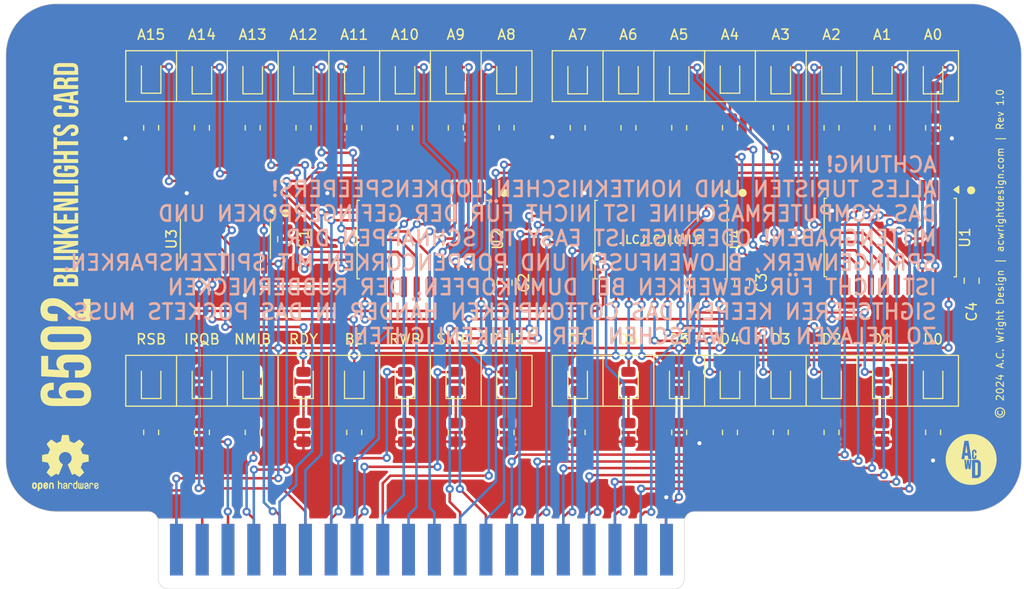
<source format=kicad_pcb>
(kicad_pcb (version 20241229) (generator "pcbnew") (generator_version "9.0")
  (title_block (title "6502 Blinkenlights Card") (date "2024-06-16") (rev "1.0") (company "A.C. Wright Design"))
  (layers (0 "F.Cu" signal "Top") (2 "B.Cu" signal "Bottom") (13 "F.Paste" user) (15 "B.Paste" user) (5 "F.SilkS" user "F.Silkscreen") (7 "B.SilkS" user "B.Silkscreen") (1 "F.Mask" user) (3 "B.Mask" user) (25 "Edge.Cuts" user))
  (net 0 "")
  (net 1 "GND")
  (net 2 "VCC")
  (net 3 "Net-(D1-K)")
  (net 4 "Net-(D2-K)")
  (net 5 "Net-(D3-K)")
  (net 6 "Net-(D4-K)")
  (net 7 "Net-(D5-K)")
  (net 8 "Net-(D6-K)")
  (net 9 "A9")
  (net 10 "Net-(D7-K)")
  (net 11 "Net-(D8-K)")
  (net 12 "A8")
  (net 13 "A7")
  (net 14 "Net-(D9-K)")
  (net 15 "Net-(D10-K)")
  (net 16 "A6")
  (net 17 "A5")
  (net 18 "Net-(D11-K)")
  (net 19 "A4")
  (net 20 "Net-(D12-K)")
  (net 21 "A15")
  (net 22 "A14")
  (net 23 "A13")
  (net 24 "A12")
  (net 25 "A11")
  (net 26 "A10")
  (net 27 "A3")
  (net 28 "Net-(D13-K)")
  (net 29 "A2")
  (net 30 "Net-(D14-K)")
  (net 31 "A1")
  (net 32 "Net-(D15-K)")
  (net 33 "A0")
  (net 34 "Net-(D16-K)")
  (net 35 "D7")
  (net 36 "Net-(D17-K)")
  (net 37 "Net-(D18-K)")
  (net 38 "D6")
  (net 39 "Net-(D19-K)")
  (net 40 "D5")
  (net 41 "Net-(D20-K)")
  (net 42 "D4")
  (net 43 "D3")
  (net 44 "Net-(D21-K)")
  (net 45 "Net-(D22-K)")
  (net 46 "D2")
  (net 47 "D1")
  (net 48 "Net-(D23-K)")
  (net 49 "D0")
  (net 50 "Net-(D24-K)")
  (net 51 "RESB")
  (net 52 "Net-(D25-K)")
  (net 53 "IRQB")
  (net 54 "Net-(D26-K)")
  (net 55 "NMIB")
  (net 56 "Net-(D27-K)")
  (net 57 "Net-(D28-K)")
  (net 58 "RDY")
  (net 59 "BE")
  (net 60 "Net-(D29-K)")
  (net 61 "Net-(D30-K)")
  (net 62 "RWB")
  (net 63 "Net-(D31-K)")
  (net 64 "SYNC")
  (net 65 "PHI2")
  (net 66 "Net-(D32-K)")
  (net 67 "A15_LED")
  (net 68 "A14_LED")
  (net 69 "A13_LED")
  (net 70 "A12_LED")
  (net 71 "A11_LED")
  (net 72 "A10_LED")
  (net 73 "A9_LED")
  (net 74 "A8_LED")
  (net 75 "A7_LED")
  (net 76 "A6_LED")
  (net 77 "A5_LED")
  (net 78 "A4_LED")
  (net 79 "A3_LED")
  (net 80 "A2_LED")
  (net 81 "A1_LED")
  (net 82 "A0_LED")
  (net 83 "D7_LED")
  (net 84 "D6_LED")
  (net 85 "D5_LED")
  (net 86 "D4_LED")
  (net 87 "D3_LED")
  (net 88 "D2_LED")
  (net 89 "D1_LED")
  (net 90 "D0_LED")
  (net 91 "RDY_LED")
  (net 92 "BE_LED")
  (net 97 "Net-(U4-Load)")
  (net 98 "Net-(U3-Pad2)")
  (net 99 "Net-(U3-Pad11)")
  (net 100 "Net-(U3-Pad12)")
  (footprint "6502 Parts:6502 Card Edge" (layer "F.Cu") (at 115.29 132.49)
    (property "Reference" "J1" (hide yes))
    (property "Value" "6502 Card Edge" (hide yes))
  )
  (footprint "Symbol:OSHW-Logo2_7.3x6mm_SilkScreen" (layer "F.Cu") (at 104.3511 121.4136)
    (property "Reference" "REF**" (hide yes))
    (property "Value" "OSHW-Logo2_7.3x6mm_SilkScreen" (hide yes))
  )
  (footprint "Resistor_SMD:R_0805_2012Metric" (layer "F.Cu") (at 142.8011 118.4011 90)
    (property "Reference" "R31" (hide yes))
    (property "Value" "330" (hide yes))
  )
  (footprint "LED_SMD:LED_0805_2012Metric" (layer "F.Cu") (at 164.8011 113.3761 90)
    (property "Reference" "D19" (hide yes))
    (property "Value" "D5" (hide yes))
  )
  (footprint "Resistor_SMD:R_0805_2012Metric" (layer "F.Cu") (at 112.8011 88.4011 90)
    (property "Reference" "R1" (hide yes))
    (property "Value" "330" (hide yes))
  )
  (footprint "LED_SMD:LED_0805_2012Metric" (layer "F.Cu") (at 179.8011 83.3761 90)
    (property "Reference" "D14" (hide yes))
    (property "Value" "A2" (hide yes))
  )
  (footprint "LED_SMD:LED_0805_2012Metric" (layer "F.Cu") (at 159.8011 83.3761 90)
    (property "Reference" "D10" (hide yes))
    (property "Value" "A6" (hide yes))
  )
  (footprint "LED_SMD:LED_0805_2012Metric" (layer "F.Cu") (at 147.8011 83.3761 90)
    (property "Reference" "D8" (hide yes))
    (property "Value" "A8" (hide yes))
  )
  (footprint "Resistor_SMD:R_0805_2012Metric" (layer "F.Cu") (at 142.8011 88.4011 90)
    (property "Reference" "R7" (hide yes))
    (property "Value" "330" (hide yes))
  )
  (footprint "Resistor_SMD:R_0805_2012Metric" (layer "F.Cu") (at 184.8011 88.4011 90)
    (property "Reference" "R15" (hide yes))
    (property "Value" "330" (hide yes))
  )
  (footprint "LED_SMD:LED_0805_2012Metric" (layer "F.Cu") (at 184.8011 113.3761 90)
    (property "Reference" "D23" (hide yes))
    (property "Value" "D1" (hide yes))
  )
  (footprint "LED_SMD:LED_0805_2012Metric" (layer "F.Cu") (at 122.8011 113.3761 90)
    (property "Reference" "D27" (hide yes))
    (property "Value" "NMIB" (hide yes))
  )
  (footprint "Capacitor_SMD:C_0805_2012Metric" (layer "F.Cu") (at 171.0011 103.6636 90)
    (property "Reference" "C3")
    (property "Value" "100nF" (hide yes))
  )
  (footprint "Resistor_SMD:R_0805_2012Metric" (layer "F.Cu") (at 154.8011 88.4011 90)
    (property "Reference" "R9" (hide yes))
    (property "Value" "330" (hide yes))
  )
  (footprint "Resistor_SMD:R_0805_2012Metric" (layer "F.Cu") (at 174.8011 88.4011 90)
    (property "Reference" "R13" (hide yes))
    (property "Value" "330" (hide yes))
  )
  (footprint "Resistor_SMD:R_0805_2012Metric" (layer "F.Cu") (at 189.8011 88.4011 90)
    (property "Reference" "R16" (hide yes))
    (property "Value" "330" (hide yes))
  )
  (footprint "LED_SMD:LED_0805_2012Metric" (layer "F.Cu") (at 147.8011 113.3761 90)
    (property "Reference" "D32" (hide yes))
    (property "Value" "PHI2" (hide yes))
  )
  (footprint "LED_SMD:LED_0805_2012Metric" (layer "F.Cu") (at 159.8011 113.3761 90)
    (property "Reference" "D18" (hide yes))
    (property "Value" "D6" (hide yes))
  )
  (footprint "Resistor_SMD:R_0805_2012Metric" (layer "F.Cu") (at 127.8011 118.4011 90)
    (property "Reference" "R28" (hide yes))
    (property "Value" "330" (hide yes))
  )
  (footprint "LED_SMD:LED_0805_2012Metric" (layer "F.Cu") (at 154.8011 83.3761 90)
    (property "Reference" "D9" (hide yes))
    (property "Value" "A7" (hide yes))
  )
  (footprint "Resistor_SMD:R_0805_2012Metric" (layer "F.Cu") (at 189.8011 118.4011 90)
    (property "Reference" "R24" (hide yes))
    (property "Value" "330" (hide yes))
  )
  (footprint "Capacitor_SMD:C_0805_2012Metric" (layer "F.Cu") (at 193.6011 103.4636 90)
    (property "Reference" "C4")
    (property "Value" "100nF" (hide yes))
  )
  (footprint "LED_SMD:LED_0805_2012Metric" (layer "F.Cu") (at 112.8011 113.3761 90)
    (property "Reference" "D25" (hide yes))
    (property "Value" "RESB" (hide yes))
  )
  (footprint "Package_SO:SOIC-14_3.9x8.7mm_P1.27mm" (layer "F.Cu") (at 120.1111 99.3386 -90)
    (property "Reference" "U3")
    (property "Value" "74HC04" (hide yes))
  )
  (footprint "Package_SO:SOIC-20W_7.5x12.8mm_P1.27mm" (layer "F.Cu") (at 163.0161 99.4136 -90)
    (property "Reference" "U4")
    (property "Value" "74HC573")
  )
  (footprint "Capacitor_SMD:C_0805_2012Metric" (layer "F.Cu") (at 126.0011 99.3636 90)
    (property "Reference" "C1")
    (property "Value" "100nF" (hide yes))
  )
  (footprint "LED_SMD:LED_0805_2012Metric" (layer "F.Cu") (at 117.8011 83.3761 90)
    (property "Reference" "D2" (hide yes))
    (property "Value" "A14" (hide yes))
  )
  (footprint "Resistor_SMD:R_0805_2012Metric" (layer "F.Cu") (at 117.8011 118.4011 90)
    (property "Reference" "R26" (hide yes))
    (property "Value" "330" (hide yes))
  )
  (footprint "LED_SMD:LED_0805_2012Metric" (layer "F.Cu") (at 189.8011 83.3761 90)
    (property "Reference" "D16" (hide yes))
    (property "Value" "A0" (hide yes))
  )
  (footprint "A.C. Wright Logo:A.C. Wright Logo 5mm" (layer "F.Cu") (at 193.5511 121.0636)
    (property "Reference" "G***" (hide yes))
    (property "Value" "LOGO" (hide yes))
  )
  (footprint "Resistor_SMD:R_0805_2012Metric" (layer "F.Cu") (at 169.8011 88.4011 90)
    (property "Reference" "R12" (hide yes))
    (property "Value" "330" (hide yes))
  )
  (footprint "LED_SMD:LED_0805_2012Metric" (layer "F.Cu") (at 127.8011 83.3761 90)
    (property "Reference" "D4" (hide yes))
    (property "Value" "A12" (hide yes))
  )
  (footprint "Resistor_SMD:R_0805_2012Metric" (layer "F.Cu") (at 159.8011 88.4011 90)
    (property "Reference" "R10" (hide yes))
    (property "Value" "330" (hide yes))
  )
  (footprint "Resistor_SMD:R_0805_2012Metric" (layer "F.Cu") (at 122.8011 88.4011 90)
    (property "Reference" "R3" (hide yes))
    (property "Value" "330" (hide yes))
  )
  (footprint "LED_SMD:LED_0805_2012Metric" (layer "F.Cu") (at 142.8011 113.3761 90)
    (property "Reference" "D31" (hide yes))
    (property "Value" "SYNC" (hide yes))
  )
  (footprint "Resistor_SMD:R_0805_2012Metric" (layer "F.Cu") (at 147.8011 118.4011 90)
    (property "Reference" "R32" (hide yes))
    (property "Value" "330" (hide yes))
  )
  (footprint "Resistor_SMD:R_0805_2012Metric" (layer "F.Cu") (at 122.8011 118.4011 90)
    (property "Reference" "R27" (hide yes))
    (property "Value" "330" (hide yes))
  )
  (footprint "LED_SMD:LED_0805_2012Metric" (layer "F.Cu") (at 137.8011 83.3761 90)
    (property "Reference" "D6" (hide yes))
    (property "Value" "A10" (hide yes))
  )
  (footprint "Package_SO:SOIC-20W_7.5x12.8mm_P1.27mm" (layer "F.Cu") (at 185.5861 99.2136 -90)
    (property "Reference" "U1")
    (property "Value" "74HC573")
  )
  (footprint "LED_SMD:LED_0805_2012Metric" (layer "F.Cu") (at 179.8011 113.3761 90)
    (property "Reference" "D22" (hide yes))
    (property "Value" "D2" (hide yes))
  )
  (footprint "Resistor_SMD:R_0805_2012Metric" (layer "F.Cu") (at 132.8011 118.4011 90)
    (property "Reference" "R29" (hide yes))
    (property "Value" "330" (hide yes))
  )
  (footprint "Resistor_SMD:R_0805_2012Metric" (layer "F.Cu") (at 147.8011 88.4011 90)
    (property "Reference" "R8" (hide yes))
    (property "Value" "330" (hide yes))
  )
  (footprint "LED_SMD:LED_0805_2012Metric" (layer "F.Cu") (at 137.8011 113.3761 90)
    (property "Reference" "D30" (hide yes))
    (property "Value" "RWB" (hide yes))
  )
  (footprint "LED_SMD:LED_0805_2012Metric" (layer "F.Cu") (at 122.8011 83.3761 90)
    (property "Reference" "D3" (hide yes))
    (property "Value" "A13" (hide yes))
  )
  (footprint "LED_SMD:LED_0805_2012Metric" (layer "F.Cu") (at 154.8011 113.3761 90)
    (property "Reference" "D17" (hide yes))
    (property "Value" "D7" (hide yes))
  )
  (footprint "Resistor_SMD:R_0805_2012Metric" (layer "F.Cu") (at 164.8011 88.4011 90)
    (property "Reference" "R11" (hide yes))
    (property "Value" "330" (hide yes))
  )
  (footprint "6502 Logos:6502 Blinkenlights Card Logo 5mm" (layer "F.Cu") (at 104.4011 98.3136 90)
    (property "Reference" "G***" (hide yes))
    (property "Value" "LOGO" (hide yes))
  )
  (footprint "Resistor_SMD:R_0805_2012Metric" (layer "F.Cu") (at 184.8011 118.4011 90)
    (property "Reference" "R23" (hide yes))
    (property "Value" "330" (hide yes))
  )
  (footprint "LED_SMD:LED_0805_2012Metric" (layer "F.Cu") (at 184.8011 83.3761 90)
    (property "Reference" "D15" (hide yes))
    (property "Value" "A1" (hide yes))
  )
  (footprint "Resistor_SMD:R_0805_2012Metric" (layer "F.Cu") (at 127.8011 88.4011 90)
    (property "Reference" "R4" (hide yes))
    (property "Value" "330" (hide yes))
  )
  (footprint "LED_SMD:LED_0805_2012Metric" (layer "F.Cu") (at 164.8011 83.3761 90)
    (property "Reference" "D11" (hide yes))
    (property "Value" "A5" (hide yes))
  )
  (footprint "LED_SMD:LED_0805_2012Metric" (layer "F.Cu") (at 127.8011 113.3761 90)
    (property "Reference" "D28" (hide yes))
    (property "Value" "RDY" (hide yes))
  )
  (footprint "Resistor_SMD:R_0805_2012Metric" (layer "F.Cu") (at 154.8011 118.4011 90)
    (property "Reference" "R17" (hide yes))
    (property "Value" "330" (hide yes))
  )
  (footprint "Resistor_SMD:R_0805_2012Metric" (layer "F.Cu") (at 159.8011 118.4011 90)
    (property "Reference" "R18" (hide yes))
    (property "Value" "330" (hide yes))
  )
  (footprint "Capacitor_SMD:C_0805_2012Metric" (layer "F.Cu") (at 147.6011 103.6636 90)
    (property "Reference" "C2")
    (property "Value" "100nF" (hide yes))
  )
  (footprint "LED_SMD:LED_0805_2012Metric" (layer "F.Cu") (at 189.8011 113.3761 90)
    (property "Reference" "D24" (hide yes))
    (property "Value" "D0" (hide yes))
  )
  (footprint "Resistor_SMD:R_0805_2012Metric" (layer "F.Cu") (at 137.8011 118.4011 90)
    (property "Reference" "R30" (hide yes))
    (property "Value" "330" (hide yes))
  )
  (footprint "LED_SMD:LED_0805_2012Metric" (layer "F.Cu") (at 169.8011 83.3136 90)
    (property "Reference" "D12" (hide yes))
    (property "Value" "A4" (hide yes))
  )
  (footprint "Resistor_SMD:R_0805_2012Metric" (layer "F.Cu") (at 137.8011 88.4011 90)
    (property "Reference" "R6" (hide yes))
    (property "Value" "330" (hide yes))
  )
  (footprint "Resistor_SMD:R_0805_2012Metric" (layer "F.Cu") (at 174.8011 118.4011 90)
    (property "Reference" "R21" (hide yes))
    (property "Value" "330" (hide yes))
  )
  (footprint "LED_SMD:LED_0805_2012Metric" (layer "F.Cu") (at 142.8011 83.3761 90)
    (property "Reference" "D7" (hide yes))
    (property "Value" "A9" (hide yes))
  )
  (footprint "Resistor_SMD:R_0805_2012Metric" (layer "F.Cu") (at 179.8011 88.4011 90)
    (property "Reference" "R14" (hide yes))
    (property "Value" "330" (hide yes))
  )
  (footprint "LED_SMD:LED_0805_2012Metric" (layer "F.Cu") (at 169.8011 113.3761 90)
    (property "Reference" "D20" (hide yes))
    (property "Value" "D4" (hide yes))
  )
  (footprint "LED_SMD:LED_0805_2012Metric" (layer "F.Cu") (at 132.8011 113.3761 90)
    (property "Reference" "D29" (hide yes))
    (property "Value" "BE" (hide yes))
  )
  (footprint "LED_SMD:LED_0805_2012Metric" (layer "F.Cu") (at 174.8011 83.3761 90)
    (property "Reference" "D13" (hide yes))
    (property "Value" "A3" (hide yes))
  )
  (footprint "LED_SMD:LED_0805_2012Metric" (layer "F.Cu") (at 112.8011 83.3136 90)
    (property "Reference" "D1" (hide yes))
    (property "Value" "A15" (hide yes))
  )
  (footprint "Resistor_SMD:R_0805_2012Metric" (layer "F.Cu") (at 112.8011 118.4011 90)
    (property "Reference" "R25" (hide yes))
    (property "Value" "330" (hide yes))
  )
  (footprint "LED_SMD:LED_0805_2012Metric" (layer "F.Cu") (at 117.8011 113.3761 90)
    (property "Reference" "D26" (hide yes))
    (property "Value" "IRQB" (hide yes))
  )
  (footprint "LED_SMD:LED_0805_2012Metric" (layer "F.Cu") (at 174.8011 113.3761 90)
    (property "Reference" "D21" (hide yes))
    (property "Value" "D3" (hide yes))
  )
  (footprint "Resistor_SMD:R_0805_2012Metric" (layer "F.Cu") (at 117.8011 88.4011 90)
    (property "Reference" "R2" (hide yes))
    (property "Value" "330" (hide yes))
  )
  (footprint "Resistor_SMD:R_0805_2012Metric" (layer "F.Cu") (at 169.8011 118.4011 90)
    (property "Reference" "R20" (hide yes))
    (property "Value" "330" (hide yes))
  )
  (footprint "Resistor_SMD:R_0805_2012Metric" (layer "F.Cu") (at 179.8011 118.4011 90)
    (property "Reference" "R22" (hide yes))
    (property "Value" "330" (hide yes))
  )
  (footprint "Resistor_SMD:R_0805_2012Metric" (layer "F.Cu") (at 132.8011 88.4011 90)
    (property "Reference" "R5" (hide yes))
    (property "Value" "330" (hide yes))
  )
  (footprint "Package_SO:SOIC-20W_7.5x12.8mm_P1.27mm" (layer "F.Cu") (at 139.5861 99.4136 -90)
    (property "Reference" "U2")
    (property "Value" "74HC573")
  )
  (footprint "LED_SMD:LED_0805_2012Metric" (layer "F.Cu") (at 132.8011 83.3761 90)
    (property "Reference" "D5" (hide yes))
    (property "Value" "A11" (hide yes))
  )
  (footprint "Resistor_SMD:R_0805_2012Metric" (layer "F.Cu") (at 164.8011 118.4011 90)
    (property "Reference" "R19" (hide yes))
    (property "Value" "330" (hide yes))
  )
  (gr_line (start 182.3011 110.8136) (end 182.3011 115.8136) (stroke (width 0.12)) (layer "F.SilkS"))
  (gr_line (start 145.3011 110.8136) (end 145.3011 115.8136) (stroke (width 0.12)) (layer "F.SilkS"))
  (gr_line (start 135.3011 80.8136) (end 135.3011 85.8136) (stroke (width 0.12)) (layer "F.SilkS"))
  (gr_circle (center 171.0511 94.8136) (end 171.2511 94.8136) (stroke (width 0.4)) (fill no) (layer "F.SilkS"))
  (gr_line (start 140.3011 110.8136) (end 140.3011 115.8136) (stroke (width 0.12)) (layer "F.SilkS"))
  (gr_line (start 152.3011 80.8136) (end 192.3011 80.8136) (stroke (width 0.12)) (layer "F.SilkS"))
  (gr_circle (center 126.0511 96.8136) (end 126.2511 96.8136) (stroke (width 0.4)) (fill no) (layer "F.SilkS"))
  (gr_line (start 172.3011 110.8136) (end 172.3011 115.8136) (stroke (width 0.12)) (layer "F.SilkS"))
  (gr_line (start 120.3011 80.8136) (end 120.3011 85.8136) (stroke (width 0.12)) (layer "F.SilkS"))
  (gr_line (start 157.3011 80.8136) (end 157.3011 85.8136) (stroke (width 0.12)) (layer "F.SilkS"))
  (gr_line (start 130.3011 110.8136) (end 130.3011 115.8136) (stroke (width 0.12)) (layer "F.SilkS"))
  (gr_line (start 182.3011 80.8136) (end 182.3011 85.8136) (stroke (width 0.12)) (layer "F.SilkS"))
  (gr_line (start 125.3011 80.8136) (end 125.3011 85.8136) (stroke (width 0.12)) (layer "F.SilkS"))
  (gr_line (start 110.3011 110.8136) (end 150.3011 110.8136) (stroke (width 0.12)) (layer "F.SilkS"))
  (gr_line (start 110.3011 115.8136) (end 110.3011 110.8136) (stroke (width 0.12)) (layer "F.SilkS"))
  (gr_line (start 187.3011 110.8136) (end 187.3011 115.8136) (stroke (width 0.12)) (layer "F.SilkS"))
  (gr_line (start 130.3011 80.8136) (end 130.3011 85.8136) (stroke (width 0.12)) (layer "F.SilkS"))
  (gr_line (start 162.3011 110.8136) (end 162.3011 115.8136) (stroke (width 0.12)) (layer "F.SilkS"))
  (gr_line (start 157.3011 110.8136) (end 157.3011 115.8136) (stroke (width 0.12)) (layer "F.SilkS"))
  (gr_line (start 152.3011 80.8136) (end 152.3011 85.8136) (stroke (width 0.12)) (layer "F.SilkS"))
  (gr_line (start 140.3011 80.8136) (end 140.3011 85.8136) (stroke (width 0.12)) (layer "F.SilkS"))
  (gr_line (start 115.3011 80.8136) (end 115.3011 85.8136) (stroke (width 0.12)) (layer "F.SilkS"))
  (gr_circle (center 147.5511 94.8136) (end 147.7511 94.8136) (stroke (width 0.4)) (fill no) (layer "F.SilkS"))
  (gr_line (start 150.3011 80.8136) (end 150.3011 85.8136) (stroke (width 0.12)) (layer "F.SilkS"))
  (gr_line (start 120.3011 110.8136) (end 120.3011 115.8136) (stroke (width 0.12)) (layer "F.SilkS"))
  (gr_line (start 167.3011 110.8136) (end 167.3011 115.8136) (stroke (width 0.12)) (layer "F.SilkS"))
  (gr_line (start 172.3011 80.8136) (end 172.3011 85.8136) (stroke (width 0.12)) (layer "F.SilkS"))
  (gr_line (start 192.3011 115.8136) (end 152.3011 115.8136) (stroke (width 0.12)) (layer "F.SilkS"))
  (gr_line (start 110.3011 85.8136) (end 110.3011 80.8136) (stroke (width 0.12)) (layer "F.SilkS"))
  (gr_line (start 110.3011 80.8136) (end 150.3011 80.8136) (stroke (width 0.12)) (layer "F.SilkS"))
  (gr_line (start 177.3011 110.8136) (end 177.3011 115.8136) (stroke (width 0.12)) (layer "F.SilkS"))
  (gr_line (start 115.3011 110.8136) (end 115.3011 115.8136) (stroke (width 0.12)) (layer "F.SilkS"))
  (gr_line (start 152.3011 110.8136) (end 192.3011 110.8136) (stroke (width 0.12)) (layer "F.SilkS"))
  (gr_line (start 187.3011 80.8136) (end 187.3011 85.8136) (stroke (width 0.12)) (layer "F.SilkS"))
  (gr_line (start 152.3011 115.8136) (end 152.3011 110.8136) (stroke (width 0.12)) (layer "F.SilkS"))
  (gr_line (start 152.3011 85.8136) (end 192.3011 85.8136) (stroke (width 0.12)) (layer "F.SilkS"))
  (gr_line (start 125.3011 110.8136) (end 125.3011 115.8136) (stroke (width 0.12)) (layer "F.SilkS"))
  (gr_circle (center 193.5511 94.5636) (end 193.7511 94.5636) (stroke (width 0.4)) (fill no) (layer "F.SilkS"))
  (gr_line (start 177.3011 80.8136) (end 177.3011 85.8136) (stroke (width 0.12)) (layer "F.SilkS"))
  (gr_line (start 135.3011 110.8136) (end 135.3011 115.8136) (stroke (width 0.12)) (layer "F.SilkS"))
  (gr_line (start 150.3011 85.8136) (end 110.3011 85.8136) (stroke (width 0.12)) (layer "F.SilkS"))
  (gr_line (start 192.3011 80.8136) (end 192.3011 85.8136) (stroke (width 0.12)) (layer "F.SilkS"))
  (gr_line (start 150.3011 115.8136) (end 110.3011 115.8136) (stroke (width 0.12)) (layer "F.SilkS"))
  (gr_line (start 192.3011 110.8136) (end 192.3011 115.8136) (stroke (width 0.12)) (layer "F.SilkS"))
  (gr_line (start 167.3011 80.8136) (end 167.3011 85.8136) (stroke (width 0.12)) (layer "F.SilkS"))
  (gr_line (start 145.3011 80.8136) (end 145.3011 85.8136) (stroke (width 0.12)) (layer "F.SilkS"))
  (gr_line (start 162.3011 80.8136) (end 162.3011 85.8136) (stroke (width 0.12)) (layer "F.SilkS"))
  (gr_line (start 150.3011 110.8136) (end 150.3011 115.8136) (stroke (width 0.12)) (layer "F.SilkS"))
  (gr_line (start 166.3011 126.1936) (end 193.5011 126.1936) (stroke (width 0.05)) (layer "Edge.Cuts"))
  (gr_line (start 165.3011 132.8136) (end 165.3011 127.1936) (stroke (width 0.05)) (layer "Edge.Cuts"))
  (gr_line (start 113.5011 127.1936) (end 113.5011 132.8136) (stroke (width 0.05)) (layer "Edge.Cuts"))
  (gr_arc (start 165.3011 132.8136) (mid 165.008207 133.520707) (end 164.3011 133.8136) (stroke (width 0.05)) (layer "Edge.Cuts"))
  (gr_arc (start 103.5011 126.1936) (mid 99.965566 124.729134) (end 98.5011 121.1936) (stroke (width 0.05)) (layer "Edge.Cuts"))
  (gr_line (start 198.5011 121.1936) (end 198.5011 81.1936) (stroke (width 0.05)) (layer "Edge.Cuts"))
  (gr_arc (start 112.5011 126.1936) (mid 113.208207 126.486493) (end 113.5011 127.1936) (stroke (width 0.05)) (layer "Edge.Cuts"))
  (gr_line (start 103.5011 126.1936) (end 112.5011 126.1936) (stroke (width 0.05)) (layer "Edge.Cuts"))
  (gr_arc (start 114.5011 133.8136) (mid 113.793993 133.520707) (end 113.5011 132.8136) (stroke (width 0.05)) (layer "Edge.Cuts"))
  (gr_line (start 114.5011 133.8136) (end 164.3011 133.8136) (stroke (width 0.05)) (layer "Edge.Cuts"))
  (gr_line (start 98.5011 81.1936) (end 98.5011 121.1936) (stroke (width 0.05)) (layer "Edge.Cuts"))
  (gr_arc (start 98.5011 81.1936) (mid 99.965566 77.658066) (end 103.5011 76.1936) (stroke (width 0.05)) (layer "Edge.Cuts"))
  (gr_arc (start 165.3011 127.1936) (mid 165.593993 126.486493) (end 166.3011 126.1936) (stroke (width 0.05)) (layer "Edge.Cuts"))
  (gr_line (start 193.5011 76.1936) (end 103.5011 76.1936) (stroke (width 0.05)) (layer "Edge.Cuts"))
  (gr_arc (start 193.5011 76.1936) (mid 197.036634 77.658066) (end 198.5011 81.1936) (stroke (width 0.05)) (layer "Edge.Cuts"))
  (gr_arc (start 198.5011 121.1936) (mid 197.036634 124.729134) (end 193.5011 126.1936) (stroke (width 0.05)) (layer "Edge.Cuts"))
  (gr_text "SYNC" (at 142.8011 109.8136 0) (layer "F.SilkS") (effects (font (size 1 1)) (justify bottom)))
  (gr_text "A9" (at 142.8011 79.8136 0) (layer "F.SilkS") (effects (font (size 1 1)) (justify bottom)))
  (gr_text "A5" (at 164.8011 79.8136 0) (layer "F.SilkS") (effects (font (size 1 1)) (justify bottom)))
  (gr_text "NMIB" (at 122.8011 109.8136 0) (layer "F.SilkS") (effects (font (size 1 1)) (justify bottom)))
  (gr_text "BE" (at 132.8011 109.8136 0) (layer "F.SilkS") (effects (font (size 1 1)) (justify bottom)))
  (gr_text "D2" (at 179.8011 109.8136 0) (layer "F.SilkS") (effects (font (size 1 1)) (justify bottom)))
  (gr_text "A1" (at 184.8011 79.8136 0) (layer "F.SilkS") (effects (font (size 1 1)) (justify bottom)))
  (gr_text "A4" (at 169.8011 79.8136 0) (layer "F.SilkS") (effects (font (size 1 1)) (justify bottom)))
  (gr_text "A0" (at 189.8011 79.8136 0) (layer "F.SilkS") (effects (font (size 1 1)) (justify bottom)))
  (gr_text "D6" (at 159.8011 109.8136 0) (layer "F.SilkS") (effects (font (size 1 1)) (justify bottom)))
  (gr_text "D0" (at 189.8011 109.8136 0) (layer "F.SilkS") (effects (font (size 1 1)) (justify bottom)))
  (gr_text "RSB" (at 112.8011 109.8136 0) (layer "F.SilkS") (effects (font (size 1 1)) (justify bottom)))
  (gr_text "A8" (at 147.8011 79.8136 0) (layer "F.SilkS") (effects (font (size 1 1)) (justify bottom)))
  (gr_text "A3" (at 174.8011 79.8136 0) (layer "F.SilkS") (effects (font (size 1 1)) (justify bottom)))
  (gr_text "D7" (at 154.8011 109.8136 0) (layer "F.SilkS") (effects (font (size 1 1)) (justify bottom)))
  (gr_text "D5" (at 164.8011 109.8136 0) (layer "F.SilkS") (effects (font (size 1 1)) (justify bottom)))
  (gr_text "A12" (at 127.8011 79.8136 0) (layer "F.SilkS") (effects (font (size 1 1)) (justify bottom)))
  (gr_text "A15" (at 112.8011 79.8136 0) (layer "F.SilkS") (effects (font (size 1 1)) (justify bottom)))
  (gr_text "A2" (at 179.8011 79.8136 0) (layer "F.SilkS") (effects (font (size 1 1)) (justify bottom)))
  (gr_text "D1" (at 184.8011 109.8136 0) (layer "F.SilkS") (effects (font (size 1 1)) (justify bottom)))
  (gr_text "A11" (at 132.8011 79.8136 0) (layer "F.SilkS") (effects (font (size 1 1)) (justify bottom)))
  (gr_text "PHI2" (at 147.8011 109.8136 0) (layer "F.SilkS") (effects (font (size 1 1)) (justify bottom)))
  (gr_text "JLCJLCJLCJLC" (at 162.9761 99.4136 0) (layer "F.SilkS") (effects (font (size 0.8 0.8))))
  (gr_text "RWB" (at 137.8011 109.8136 0) (layer "F.SilkS") (effects (font (size 1 1)) (justify bottom)))
  (gr_text "A13" (at 122.8011 79.8136 0) (layer "F.SilkS") (effects (font (size 1 1)) (justify bottom)))
  (gr_text "IRQB" (at 117.8011 109.8136 0) (layer "F.SilkS") (effects (font (size 1 1)) (justify bottom)))
  (gr_text "RDY" (at 127.8011 109.8136 0) (layer "F.SilkS") (effects (font (size 1 1)) (justify bottom)))
  (gr_text "© 2024 A.C. Wright Design | acwrightdesign.com | Rev 1.0" (at 196.4011 100.8136 90) (layer "F.SilkS") (effects (font (size 0.7 0.7) (thickness 0.1))))
  (gr_text "A6" (at 159.8011 79.8136 0) (layer "F.SilkS") (effects (font (size 1 1)) (justify bottom)))
  (gr_text "D4" (at 169.8011 109.8136 0) (layer "F.SilkS") (effects (font (size 1 1)) (justify bottom)))
  (gr_text "A10" (at 137.8011 79.8136 0) (layer "F.SilkS") (effects (font (size 1 1)) (justify bottom)))
  (gr_text "A7" (at 154.8011 79.8136 0) (layer "F.SilkS") (effects (font (size 1 1)) (justify bottom)))
  (gr_text "A14" (at 117.8011 79.8136 0) (layer "F.SilkS") (effects (font (size 1 1)) (justify bottom)))
  (gr_text "D3" (at 174.8011 109.8136 0) (layer "F.SilkS") (effects (font (size 1 1)) (justify bottom)))
  (gr_text "ACHTUNG!\nALLES TURISTEN UND NONTEKNISCHEN LOOKENSPEEPERS!\nDAS KOMPUTERMASCHINE IST NICHT FÜR DER GEFINGERPOKEN UND \nMITTENGRABEN! ODERWISE IST EASY TO SCHNAPPEN DER \nSPRINGENWERK, BLOWENFUSEN UND POPPENCORKEN MIT SPITZENSPARKEN. \nIST NICHT FÜR GEWERKEN BEI DUMMKOPFEN. DER RUBBERNECKEN \nSIGHTSEEREN KEEPEN DAS COTTONPICKEN HÄNDER IN DAS POCKETS MUSS.\nZO RELAXEN UND WATSCHEN DER BLINKENLICHTEN." (at 190.3011 109.8136 0) (layer "B.SilkS") (effects (font (size 1.5 1.5) (thickness 0.25) (bold yes)) (justify left bottom mirror)))
  (segment (start 115.29 129.95) (end 115.29 125.248) (width 0.25) (layer "F.Cu") (net 1))
  (via (at 189.8011 121.1636) (size 0.8) (drill 0.4) (layers "F.Cu" "B.Cu") (net 1))
  (via (at 155.4761 94.8386) (size 0.8) (drill 0.4) (layers "F.Cu" "B.Cu") (net 1))
  (via (at 179.8511 96.5636) (size 0.8) (drill 0.4) (layers "F.Cu" "B.Cu") (net 1))
  (via (at 130.1511 94.8386) (size 0.8) (drill 0.4) (layers "F.Cu" "B.Cu") (net 1))
  (via (at 191.6511 89.4386) (size 0.8) (drill 0.4) (layers "F.Cu" "B.Cu") (net 1))
  (via (at 163.5261 124.7886) (size 0.8) (drill 0.4) (layers "F.Cu" "B.Cu") (net 1))
  (via (at 110.2761 89.4386) (size 0.8) (drill 0.4) (layers "F.Cu" "B.Cu") (net 1))
  (via (at 116.3011 94.8386) (size 0.8) (drill 0.4) (layers "F.Cu" "B.Cu") (net 1))
  (via (at 166.8011 119.4636) (size 0.8) (drill 0.4) (layers "F.Cu" "B.Cu") (net 1))
  (via (at 122.0261 104.9136) (size 0.8) (drill 0.4) (layers "F.Cu" "B.Cu") (net 1))
  (via (at 152.3011 89.3136) (size 0.8) (drill 0.4) (layers "F.Cu" "B.Cu") (net 1))
  (segment (start 163.55 129.95) (end 163.5261 129.9261) (width 0.25) (layer "B.Cu") (net 1))
  (segment (start 113.4561 113.0686) (end 113.4561 112.9686) (width 0.25) (layer "B.Cu") (net 1))
  (segment (start 163.5261 129.9261) (end 163.5261 124.7886) (width 0.25) (layer "B.Cu") (net 1))
  (segment (start 164.7761 110.0886) (end 168.7261 110.0886) (width 0.25) (layer "F.Cu") (net 2))
  (segment (start 145.3011 110.0886) (end 125.3261 110.0886) (width 0.25) (layer "F.Cu") (net 2))
  (segment (start 163.5011 128.2636) (end 163.55 128.3125) (width 0.25) (layer "F.Cu") (net 2))
  (segment (start 126.0011 100.3136) (end 126.0011 101.1136) (width 0.25) (layer "F.Cu") (net 2))
  (segment (start 112.8011 110.9136) (end 113.6261 110.0886) (width 0.25) (layer "F.Cu") (net 2))
  (segment (start 123.9211 101.8136) (end 125.3011 101.8136) (width 0.25) (layer "F.Cu") (net 2))
  (segment (start 117.8511 110.0886) (end 122.8761 110.0886) (width 0.25) (layer "F.Cu") (net 2))
  (segment (start 117.8011 110.1386) (end 117.8511 110.0886) (width 0.25) (layer "F.Cu") (net 2))
  (segment (start 169.3511 104.0636) (end 168.7311 104.0636) (width 0.25) (layer "F.Cu") (net 2))
  (segment (start 115.3011 122.9136) (end 115.2761 122.9386) (width 0.25) (layer "F.Cu") (net 2))
  (segment (start 191.3261 103.8386) (end 191.3011 103.8136) (width 0.25) (layer "F.Cu") (net 2))
  (segment (start 145.3011 104.0136) (end 145.3011 105.7386) (width 0.25) (layer "F.Cu") (net 2))
  (segment (start 168.7511 105.7636) (end 168.7511 104.0336) (width 0.25) (layer "F.Cu") (net 2))
  (segment (start 163.5011 126.0386) (end 163.5011 128.2636) (width 0.25) (layer "F.Cu") (net 2))
  (segment (start 164.7761 124.7636) (end 163.5011 126.0386) (width 0.25) (layer "F.Cu") (net 2))
  (segment (start 126.0011 101.1136) (end 125.3261 101.7886) (width 0.25) (layer "F.Cu") (net 2))
  (segment (start 191.3261 105.7886) (end 191.3261 103.8386) (width 0.25) (layer "F.Cu") (net 2))
  (segment (start 193.6011 104.4136) (end 192.5011 104.4136) (width 0.25) (layer "F.Cu") (net 2))
  (segment (start 168.7261 110.0886) (end 168.7511 110.0636) (width 0.25) (layer "F.Cu") (net 2))
  (segment (start 145.3011 110.0886) (end 164.7761 110.0886) (width 0.25) (layer "F.Cu") (net 2))
  (segment (start 122.8011 110.1636) (end 122.8761 110.0886) (width 0.25) (layer "F.Cu") (net 2))
  (segment (start 191.9511 103.8636) (end 191.3011 103.8636) (width 0.25) (layer "F.Cu") (net 2))
  (segment (start 113.6261 110.0886) (end 117.8511 110.0886) (width 0.25) (layer "F.Cu") (net 2))
  (segment (start 168.7511 104.0336) (end 168.7311 104.0136) (width 0.25) (layer "F.Cu") (net 2))
  (segment (start 122.8761 110.0886) (end 125.3261 110.0886) (width 0.25) (layer "F.Cu") (net 2))
  (segment (start 168.7511 110.0636) (end 191.3261 110.0636) (width 0.25) (layer "F.Cu") (net 2))
  (segment (start 146.2511 104.0636) (end 145.3011 104.0636) (width 0.25) (layer "F.Cu") (net 2))
  (segment (start 122.8011 112.4386) (end 122.8011 110.1636) (width 0.25) (layer "F.Cu") (net 2))
  (segment (start 147.6011 104.6136) (end 146.8011 104.6136) (width 0.25) (layer "F.Cu") (net 2))
  (segment (start 117.8011 112.4386) (end 117.8011 110.1386) (width 0.25) (layer "F.Cu") (net 2))
  (segment (start 125.3261 122.9136) (end 115.3011 122.9136) (width 0.25) (layer "F.Cu") (net 2))
  (segment (start 163.55 128.3125) (end 163.55 129.95) (width 0.25) (layer "F.Cu") (net 2))
  (segment (start 125.3011 101.8136) (end 125.3261 101.7886) (width 0.25) (layer "F.Cu") (net 2))
  (segment (start 171.0011 104.6136) (end 169.9011 104.6136) (width 0.25) (layer "F.Cu") (net 2))
  (segment (start 146.8011 104.6136) (end 146.2511 104.0636) (width 0.25) (layer "F.Cu") (net 2))
  (segment (start 169.9011 104.6136) (end 169.3511 104.0636) (width 0.25) (layer "F.Cu") (net 2))
  (segment (start 112.8011 112.4386) (end 112.8011 110.9136) (width 0.25) (layer "F.Cu") (net 2))
  (segment (start 192.5011 104.4136) (end 191.9511 103.8636) (width 0.25) (layer "F.Cu") (net 2))
  (via (at 125.3261 101.7886) (size 0.8) (drill 0.4) (layers "F.Cu" "B.Cu") (net 2))
  (via (at 164.7761 124.7636) (size 0.8) (drill 0.4) (layers "F.Cu" "B.Cu") (net 2))
  (via (at 145.3011 110.0886) (size 0.8) (drill 0.4) (layers "F.Cu" "B.Cu") (net 2))
  (via (at 145.3011 105.7386) (size 0.8) (drill 0.4) (layers "F.Cu" "B.Cu") (net 2))
  (via (at 125.3261 110.0886) (size 0.8) (drill 0.4) (layers "F.Cu" "B.Cu") (net 2))
  (via (at 125.3261 122.9136) (size 0.8) (drill 0.4) (layers "F.Cu" "B.Cu") (net 2))
  (via (at 168.7511 110.0636) (size 0.8) (drill 0.4) (layers "F.Cu" "B.Cu") (net 2))
  (via (at 115.2761 122.9386) (size 0.8) (drill 0.4) (layers "F.Cu" "B.Cu") (net 2))
  (via (at 164.7761 110.0886) (size 0.8) (drill 0.4) (layers "F.Cu" "B.Cu") (net 2))
  (via (at 191.3261 110.0636) (size 0.8) (drill 0.4) (layers "F.Cu" "B.Cu") (net 2))
  (via (at 168.7511 105.7636) (size 0.8) (drill 0.4) (layers "F.Cu" "B.Cu") (net 2))
  (via (at 191.3261 105.7886) (size 0.8) (drill 0.4) (layers "F.Cu" "B.Cu") (net 2))
  (segment (start 125.3261 110.0886) (end 125.3261 122.9136) (width 0.25) (layer "B.Cu") (net 2))
  (segment (start 145.3011 105.7386) (end 145.3011 110.0886) (width 0.25) (layer "B.Cu") (net 2))
  (segment (start 168.7511 110.0636) (end 168.7511 105.7636) (width 0.25) (layer "B.Cu") (net 2))
  (segment (start 164.7761 124.7636) (end 164.7761 110.0886) (width 0.25) (layer "B.Cu") (net 2))
  (segment (start 191.3261 110.0636) (end 191.3261 105.7886) (width 0.25) (layer "B.Cu") (net 2))
  (segment (start 115.29 122.9525) (end 115.29 129.95) (width 0.25) (layer "B.Cu") (net 2))
  (segment (start 115.2761 122.9386) (end 115.29 122.9525) (width 0.25) (layer "B.Cu") (net 2))
  (segment (start 125.3261 101.7886) (end 125.3261 110.0886) (width 0.25) (layer "B.Cu") (net 2))
  (segment (start 112.8011 84.2511) (end 112.8011 87.4886) (width 0.25) (layer "F.Cu") (net 3))
  (segment (start 117.8011 84.3136) (end 117.8011 87.4886) (width 0.25) (layer "F.Cu") (net 4))
  (segment (start 122.8011 84.3136) (end 122.8011 87.4886) (width 0.25) (layer "F.Cu") (net 5))
  (segment (start 127.8011 84.3136) (end 127.8011 87.4886) (width 0.25) (layer "F.Cu") (net 6))
  (segment (start 132.8011 84.3136) (end 132.8011 87.4886) (width 0.25) (layer "F.Cu") (net 7))
  (segment (start 137.8011 84.3136) (end 137.8011 87.4886) (width 0.25) (layer "F.Cu") (net 8))
  (segment (start 140.2261 98.6136) (end 141.9261 98.6136) (width 0.25) (layer "F.Cu") (net 9))
  (segment (start 142.7611 97.7786) (end 142.7611 94.8136) (width 0.25) (layer "F.Cu") (net 9))
  (segment (start 141.9261 98.6136) (end 142.7611 97.7786) (width 0.25) (layer "F.Cu") (net 9))
  (via (at 140.2261 98.6136) (size 0.8) (drill 0.4) (layers "F.Cu" "B.Cu") (net 9))
  (segment (start 138.15 126.5397) (end 138.15 129.95) (width 0.25) (layer "B.Cu") (net 9))
  (segment (start 140.2261 98.6136) (end 138.9261 99.9136) (width 0.25) (layer "B.Cu") (net 9))
  (segment (start 138.9261 99.9136) (end 138.9261 125.7636) (width 0.25) (layer "B.Cu") (net 9))
  (segment (start 138.9261 125.7636) (end 138.15 126.5397) (width 0.25) (layer "B.Cu") (net 9))
  (segment (start 142.8011 84.3136) (end 142.8011 87.4886) (width 0.25) (layer "F.Cu") (net 10))
  (segment (start 147.8011 84.3136) (end 147.8011 87.4886) (width 0.25) (layer "F.Cu") (net 11))
  (segment (start 141.4761 99.3136) (end 142.5261 99.3136) (width 0.25) (layer "F.Cu") (net 12))
  (segment (start 144.0311 97.8086) (end 144.0311 94.8136) (width 0.25) (layer "F.Cu") (net 12))
  (segment (start 142.5261 99.3136) (end 144.0311 97.8086) (width 0.25) (layer "F.Cu") (net 12))
  (via (at 141.4761 99.3136) (size 0.8) (drill 0.4) (layers "F.Cu" "B.Cu") (net 12))
  (segment (start 140.2261 125.8136) (end 140.69 126.2775) (width 0.25) (layer "B.Cu") (net 12))
  (segment (start 141.4761 99.3136) (end 140.2261 100.5636) (width 0.25) (layer "B.Cu") (net 12))
  (segment (start 140.69 126.2775) (end 140.69 129.95) (width 0.25) (layer "B.Cu") (net 12))
  (segment (start 140.2261 100.5636) (end 140.2261 125.8136) (width 0.25) (layer "B.Cu") (net 12))
  (segment (start 146.5261 92.8386) (end 180.7261 92.8386) (width 0.25) (layer "F.Cu") (net 13))
  (segment (start 146.5011 92.8636) (end 146.5261 92.8386) (width 0.25) (layer "F.Cu") (net 13))
  (segment (start 181.1411 93.2536) (end 181.1411 94.6136) (width 0.25) (layer "F.Cu") (net 13))
  (segment (start 180.7261 92.8386) (end 181.1411 93.2536) (width 0.25) (layer "F.Cu") (net 13))
  (via (at 146.7261 92.8386) (size 0.8) (drill 0.4) (layers "F.Cu" "B.Cu") (net 13))
  (segment (start 146.7511 93.1136) (end 146.4761 92.8386) (width 0.25) (layer "B.Cu") (net 13))
  (segment (start 146.7511 123.2386) (end 146.7511 93.1136) (width 0.25) (layer "B.Cu") (net 13))
  (segment (start 146.4761 92.8386) (end 146.4511 92.8386) (width 0.25) (layer "B.Cu") (net 13))
  (segment (start 143.23 129.95) (end 143.23 126.7597) (width 0.25) (layer "B.Cu") (net 13))
  (segment (start 143.23 126.7597) (end 146.7511 123.2386) (width 0.25) (layer "B.Cu") (net 13))
  (segment (start 154.8011 84.3136) (end 154.8011 87.4886) (width 0.25) (layer "F.Cu") (net 14))
  (segment (start 159.8011 84.3136) (end 159.8011 87.4886) (width 0.25) (layer "F.Cu") (net 15))
  (segment (start 181.1761 92.0386) (end 182.4111 93.2736) (width 0.25) (layer "F.Cu") (net 16))
  (segment (start 147.5511 92.0386) (end 181.1761 92.0386) (width 0.25) (layer "F.Cu") (net 16))
  (segment (start 182.4111 93.2736) (end 182.4111 94.6136) (width 0.25) (layer "F.Cu") (net 16))
  (via (at 147.5511 92.0386) (size 0.8) (drill 0.4) (layers "F.Cu" "B.Cu") (net 16))
  (segment (start 147.5511 92.3886) (end 147.5511 125.1886) (width 0.25) (layer "B.Cu") (net 16))
  (segment (start 145.77 126.9697) (end 145.77 129.95) (width 0.25) (layer "B.Cu") (net 16))
  (segment (start 147.5511 125.1886) (end 145.77 126.9697) (width 0.25) (layer "B.Cu") (net 16))
  (segment (start 183.6811 95.8336) (end 183.6811 94.6136) (width 0.25) (layer "F.Cu") (net 17))
  (segment (start 181.9261 96.9886) (end 182.6561 96.2586) (width 0.25) (layer "F.Cu") (net 17))
  (segment (start 183.2561 96.2586) (end 183.6811 95.8336) (width 0.25) (layer "F.Cu") (net 17))
  (segment (start 181.1011 120.5886) (end 148.985 120.5886) (width 0.25) (layer "F.Cu") (net 17))
  (segment (start 182.6561 96.2586) (end 183.2561 96.2586) (width 0.25) (layer "F.Cu") (net 17))
  (segment (start 148.985 120.5886) (end 148.31 121.2636) (width 0.25) (layer "F.Cu") (net 17))
  (via (at 148.31 121.2636) (size 0.8) (drill 0.4) (layers "F.Cu" "B.Cu") (net 17))
  (via (at 181.9261 96.9886) (size 0.8) (drill 0.4) (layers "F.Cu" "B.Cu") (net 17))
  (via (at 181.1011 120.5886) (size 0.8) (drill 0.4) (layers "F.Cu" "B.Cu") (net 17))
  (segment (start 181.1011 97.8136) (end 181.1011 120.5886) (width 0.25) (layer "B.Cu") (net 17))
  (segment (start 148.31 121.2636) (end 148.31 129.95) (width 0.25) (layer "B.Cu") (net 17))
  (segment (start 181.9261 96.9886) (end 181.1011 97.8136) (width 0.25) (layer "B.Cu") (net 17))
  (segment (start 164.8011 84.3136) (end 164.8011 87.4886) (width 0.25) (layer "F.Cu") (net 18))
  (segment (start 183.2261 97.0136) (end 184.1761 96.0636) (width 0.25) (layer "F.Cu") (net 19))
  (segment (start 182.4011 121.2636) (end 150.8261 121.2636) (width 0.25) (layer "F.Cu") (net 19))
  (segment (start 182.4636 121.2011) (end 182.4011 121.2636) (width 0.25) (layer "F.Cu") (net 19))
  (segment (start 184.9511 95.8136) (end 184.9511 94.6136) (width 0.25) (layer "F.Cu") (net 19))
  (segment (start 184.1761 96.0636) (end 184.7011 96.0636) (width 0.25) (layer "F.Cu") (net 19))
  (segment (start 184.7011 96.0636) (end 184.9511 95.8136) (width 0.25) (layer "F.Cu") (net 19))
  (via (at 183.2261 97.0136) (size 0.8) (drill 0.4) (layers "F.Cu" "B.Cu") (net 19))
  (via (at 150.8261 121.2636) (size 0.8) (drill 0.4) (layers "F.Cu" "B.Cu") (net 19))
  (via (at 182.4636 121.2011) (size 0.8) (drill 0.4) (layers "F.Cu" "B.Cu") (net 19))
  (segment (start 150.85 121.2875) (end 150.8261 121.2636) (width 0.25) (layer "B.Cu") (net 19))
  (segment (start 182.4261 97.8136) (end 182.4261 106.31229) (width 0.25) (layer "B.Cu") (net 19))
  (segment (start 182.4261 106.31229) (end 182.4211 106.31729) (width 0.25) (layer "B.Cu") (net 19))
  (segment (start 182.4211 106.31729) (end 182.4211 121.1586) (width 0.25) (layer "B.Cu") (net 19))
  (segment (start 183.2261 97.0136) (end 182.4261 97.8136) (width 0.25) (layer "B.Cu") (net 19))
  (segment (start 182.4211 121.1586) (end 182.4636 121.2011) (width 0.25) (layer "B.Cu") (net 19))
  (segment (start 150.85 129.95) (end 150.85 121.2875) (width 0.25) (layer "B.Cu") (net 19))
  (segment (start 169.8011 84.2511) (end 169.8011 87.4886) (width 0.25) (layer "F.Cu") (net 20))
  (segment (start 128.0011 93.6386) (end 128.8261 92.8136) (width 0.25) (layer "F.Cu") (net 21))
  (segment (start 126.1261 122.0636) (end 126.1511 122.0886) (width 0.25) (layer "F.Cu") (net 21))
  (segment (start 128.8261 92.8136) (end 134.3011 92.8136) (width 0.25) (layer "F.Cu") (net 21))
  (segment (start 126.1511 93.6386) (end 128.0011 93.6386) (width 0.25) (layer "F.Cu") (net 21))
  (segment (start 134.3011 92.8136) (end 135.1411 93.6536) (width 0.25) (layer "F.Cu") (net 21))
  (segment (start 135.1411 93.6536) (end 135.1411 94.8136) (width 0.25) (layer "F.Cu") (net 21))
  (segment (start 122.9261 122.0636) (end 126.1261 122.0636) (width 0.25) (layer "F.Cu") (net 21))
  (via (at 122.9261 122.0636) (size 0.8) (drill 0.4) (layers "F.Cu" "B.Cu") (net 21))
  (via (at 126.1511 93.6386) (size 0.8) (drill 0.4) (layers "F.Cu" "B.Cu") (net 21))
  (via (at 126.1511 122.0886) (size 0.8) (drill 0.4) (layers "F.Cu" "B.Cu") (net 21))
  (segment (start 126.1511 93.6386) (end 126.1511 122.0886) (width 0.25) (layer "B.Cu") (net 21))
  (segment (start 122.91 122.0797) (end 122.9261 122.0636) (width 0.25) (layer "B.Cu") (net 21))
  (segment (start 122.91 129.95) (end 122.91 122.0797) (width 0.25) (layer "B.Cu") (net 21))
  (segment (start 136.4111 93.1736) (end 136.4111 94.8136) (width 0.25) (layer "F.Cu") (net 22))
  (segment (start 135.3511 92.1136) (end 136.4111 93.1736) (width 0.25) (layer "F.Cu") (net 22))
  (segment (start 129.5261 92.1136) (end 135.3511 92.1136) (width 0.25) (layer "F.Cu") (net 22))
  (via (at 129.5261 92.1136) (size 0.8) (drill 0.4) (layers "F.Cu" "B.Cu") (net 22))
  (segment (start 129.5261 92.1136) (end 128.6511 92.9886) (width 0.25) (layer "B.Cu") (net 22))
  (segment (start 127.1011 121.7886) (end 127.1011 123.5886) (width 0.25) (layer "B.Cu") (net 22))
  (segment (start 125.45 125.2397) (end 125.45 129.95) (width 0.25) (layer "B.Cu") (net 22))
  (segment (start 128.6511 120.2386) (end 127.1011 121.7886) (width 0.25) (layer "B.Cu") (net 22))
  (segment (start 127.1011 123.5886) (end 125.45 125.2397) (width 0.25) (layer "B.Cu") (net 22))
  (segment (start 128.6511 92.9886) (end 128.6511 120.2386) (width 0.25) (layer "B.Cu") (net 22))
  (segment (start 136.9011 96.7386) (end 137.6811 95.9586) (width 0.25) (layer "F.Cu") (net 23))
  (segment (start 137.6811 95.9586) (end 137.6811 94.8136) (width 0.25) (layer "F.Cu") (net 23))
  (segment (start 129.5761 96.7386) (end 136.9011 96.7386) (width 0.25) (layer "F.Cu") (net 23))
  (via (at 129.5761 96.7386) (size 0.8) (drill 0.4) (layers "F.Cu" "B.Cu") (net 23))
  (segment (start 129.5761 96.7386) (end 129.5761 120.5386) (width 0.25) (layer "B.Cu") (net 23))
  (segment (start 127.99 122.1247) (end 127.99 129.95) (width 0.25) (layer "B.Cu") (net 23))
  (segment (start 129.5761 120.5386) (end 127.99 122.1247) (width 0.25) (layer "B.Cu") (net 23))
  (segment (start 138.5511 96.6886) (end 138.9511 96.2886) (width 0.25) (layer "F.Cu") (net 24))
  (segment (start 138.9511 96.2886) (end 138.9511 94.8136) (width 0.25) (layer "F.Cu") (net 24))
  (segment (start 130.5761 97.5136) (end 137.0261 97.5136) (width 0.25) (layer "F.Cu") (net 24))
  (segment (start 137.8511 96.6886) (end 138.5511 96.6886) (width 0.25) (layer "F.Cu") (net 24))
  (segment (start 130.5511 97.5386) (end 130.5761 97.5136) (width 0.25) (layer "F.Cu") (net 24))
  (segment (start 137.0261 97.5136) (end 137.8511 96.6886) (width 0.25) (layer "F.Cu") (net 24))
  (via (at 130.5511 97.5386) (size 0.8) (drill 0.4) (layers "F.Cu" "B.Cu") (net 24))
  (segment (start 130.53 128.045) (end 130.53 129.95) (width 0.25) (layer "B.Cu") (net 24))
  (segment (start 130.5511 128.0239) (end 130.53 128.045) (width 0.25) (layer "B.Cu") (net 24))
  (segment (start 130.5511 97.5386) (end 130.5511 128.0239) (width 0.25) (layer "B.Cu") (net 24))
  (segment (start 139.7561 97.2336) (end 140.2211 96.7686) (width 0.25) (layer "F.Cu") (net 25))
  (segment (start 137.7011 97.8636) (end 138.3311 97.2336) (width 0.25) (layer "F.Cu") (net 25))
  (segment (start 140.2211 96.7686) (end 140.2211 94.8136) (width 0.25) (layer "F.Cu") (net 25))
  (segment (start 138.3311 97.2336) (end 139.7561 97.2336) (width 0.25) (layer "F.Cu") (net 25))
  (via (at 137.7011 97.8636) (size 0.8) (drill 0.4) (layers "F.Cu" "B.Cu") (net 25))
  (segment (start 135.2261 109.5386) (end 135.2261 119.0136) (width 0.25) (layer "B.Cu") (net 25))
  (segment (start 133.07 125.6197) (end 133.07 129.95) (width 0.25) (layer "B.Cu") (net 25))
  (segment (start 137.7011 97.8636) (end 136.4011 99.1636) (width 0.25) (layer "B.Cu") (net 25))
  (segment (start 133.0761 125.6136) (end 133.07 125.6197) (width 0.25) (layer "B.Cu") (net 25))
  (segment (start 133.0761 121.1636) (end 133.0761 125.6136) (width 0.25) (layer "B.Cu") (net 25))
  (segment (start 135.2261 119.0136) (end 133.0761 121.1636) (width 0.25) (layer "B.Cu") (net 25))
  (segment (start 136.4011 99.1636) (end 136.4011 108.3636) (width 0.25) (layer "B.Cu") (net 25))
  (segment (start 136.4011 108.3636) (end 135.2261 109.5386) (width 0.25) (layer "B.Cu") (net 25))
  (segment (start 141.4911 97.2986) (end 141.4911 94.8136) (width 0.25) (layer "F.Cu") (net 26))
  (segment (start 138.9761 97.8886) (end 140.9011 97.8886) (width 0.25) (layer "F.Cu") (net 26))
  (segment (start 140.9011 97.8886) (end 141.4911 97.2986) (width 0.25) (layer "F.Cu") (net 26))
  (via (at 138.9761 97.8886) (size 0.8) (drill 0.4) (layers "F.Cu" "B.Cu") (net 26))
  (segment (start 137.6761 99.1886) (end 137.6761 124.5636) (width 0.25) (layer "B.Cu") (net 26))
  (segment (start 135.61 126.6297) (end 135.61 129.95) (width 0.25) (layer "B.Cu") (net 26))
  (segment (start 137.6761 124.5636) (end 135.61 126.6297) (width 0.25) (layer "B.Cu") (net 26))
  (segment (start 138.9761 97.8886) (end 137.6761 99.1886) (width 0.25) (layer "B.Cu") (net 26))
  (segment (start 183.7761 121.9136) (end 153.5011 121.9136) (width 0.25) (layer "F.Cu") (net 27))
  (segment (start 185.8761 97.0136) (end 186.2261 96.6636) (width 0.25) (layer "F.Cu") (net 27))
  (segment (start 184.5511 97.0136) (end 185.8761 97.0136) (width 0.25) (layer "F.Cu") (net 27))
  (segment (start 153.5011 121.9136) (end 153.4761 121.9386) (width 0.25) (layer "F.Cu") (net 27))
  (segment (start 186.2211 96.6586) (end 186.2211 94.6136) (width 0.25) (layer "F.Cu") (net 27))
  (segment (start 186.2261 96.6636) (end 186.2211 96.6586) (width 0.25) (layer "F.Cu") (net 27))
  (via (at 153.4011 121.9386) (size 0.8) (drill 0.4) (layers "F.Cu" "B.Cu") (net 27))
  (via (at 184.5511 97.0136) (size 0.8) (drill 0.4) (layers "F.Cu" "B.Cu") (net 27))
  (via (at 183.7761 121.9136) (size 0.8) (drill 0.4) (layers "F.Cu" "B.Cu") (net 27))
  (segment (start 153.39 122.0497) (end 153.4261 122.0136) (width 0.25) (layer "B.Cu") (net 27))
  (segment (start 153.39 129.95) (end 153.39 122.0497) (width 0.25) (layer "B.Cu") (net 27))
  (segment (start 183.9811 105.9436) (end 183.7011 105.6636) (width 0.25) (layer "B.Cu") (net 27))
  (segment (start 183.7761 121.1136) (end 183.9811 120.9086) (width 0.25) (layer "B.Cu") (net 27))
  (segment (start 183.7011 105.6636) (end 183.7011 97.8636) (width 0.25) (layer "B.Cu") (net 27))
  (segment (start 183.7011 97.8636) (end 184.5511 97.0136) (width 0.25) (layer "B.Cu") (net 27))
  (segment (start 183.9811 120.9086) (end 183.9811 105.9436) (width 0.25) (layer "B.Cu") (net 27))
  (segment (start 183.7761 121.9136) (end 183.7761 121.1136) (width 0.25) (layer "B.Cu") (net 27))
  (segment (start 174.8011 84.3136) (end 174.8011 87.4886) (width 0.25) (layer "F.Cu") (net 28))
  (segment (start 187.4911 97.2236) (end 187.4911 94.6136) (width 0.25) (layer "F.Cu") (net 29))
  (segment (start 185.5511 97.6886) (end 187.0261 97.6886) (width 0.25) (layer "F.Cu") (net 29))
  (segment (start 156.0561 122.6086) (end 155.9511 122.7136) (width 0.25) (layer "F.Cu") (net 29))
  (segment (start 187.0261 97.6886) (end 187.4911 97.2236) (width 0.25) (layer "F.Cu") (net 29))
  (segment (start 184.9511 122.6086) (end 156.0561 122.6086) (width 0.25) (layer "F.Cu") (net 29))
  (via (at 184.9511 122.6086) (size 0.8) (drill 0.4) (layers "F.Cu" "B.Cu") (net 29))
  (via (at 155.9511 122.7136) (size 0.8) (drill 0.4) (layers "F.Cu" "B.Cu") (net 29))
  (via (at 185.5511 97.6886) (size 0.8) (drill 0.4) (layers "F.Cu" "B.Cu") (net 29))
  (segment (start 184.9511 98.2886) (end 185.5511 97.6886) (width 0.25) (layer "B.Cu") (net 29))
  (segment (start 184.9511 122.6086) (end 184.9511 98.2886) (width 0.25) (layer "B.Cu") (net 29))
  (segment (start 155.93 129.95) (end 155.93 122.7347) (width 0.25) (layer "B.Cu") (net 29))
  (segment (start 155.93 122.7347) (end 155.9511 122.7136) (width 0.25) (layer "B.Cu") (net 29))
  (segment (start 179.8011 84.3136) (end 179.8011 87.4886) (width 0.25) (layer "F.Cu") (net 30))
  (segment (start 188.7611 98.0536) (end 188.7611 94.6136) (width 0.25) (layer "F.Cu") (net 31))
  (segment (start 186.4511 98.5386) (end 188.2761 98.5386) (width 0.25) (layer "F.Cu") (net 31))
  (segment (start 158.4511 123.2636) (end 186.1761 123.2636) (width 0.25) (layer "F.Cu") (net 31))
  (segment (start 188.2761 98.5386) (end 188.7611 98.0536) (width 0.25) (layer "F.Cu") (net 31))
  (via (at 186.1761 123.2636) (size 0.8) (drill 0.4) (layers "F.Cu" "B.Cu") (net 31))
  (via (at 158.4511 123.2636) (size 0.8) (drill 0.4) (layers "F.Cu" "B.Cu") (net 31))
  (via (at 186.4511 98.5386) (size 0.8) (drill 0.4) (layers "F.Cu" "B.Cu") (net 31))
  (segment (start 186.2011 123.2386) (end 186.2011 98.7886) (width 0.25) (layer "B.Cu") (net 31))
  (segment (start 186.1761 123.2636) (end 186.2011 123.2386) (width 0.25) (layer "B.Cu") (net 31))
  (segment (start 158.47 123.2825) (end 158.4511 123.2636) (width 0.25) (layer "B.Cu") (net 31))
  (segment (start 186.2011 98.7886) (end 186.4511 98.5386) (width 0.25) (layer "B.Cu") (net 31))
  (segment (start 158.47 129.95) (end 158.47 123.2825) (width 0.25) (layer "B.Cu") (net 31))
  (segment (start 184.8011 84.3136) (end 184.8011 87.4886) (width 0.25) (layer "F.Cu") (net 32))
  (segment (start 190.0311 96.9436) (end 190.0311 94.6136) (width 0.25) (layer "F.Cu") (net 33))
  (segment (start 190.0511 97.9386) (end 190.0511 96.9636) (width 0.25) (layer "F.Cu") (net 33))
  (segment (start 188.6761 99.3136) (end 190.0511 97.9386) (width 0.25) (layer "F.Cu") (net 33))
  (segment (start 161.0511 123.9386) (end 187.3011 123.9386) (width 0.25) (layer "F.Cu") (net 33))
  (segment (start 190.0511 96.9636) (end 190.0311 96.9436) (width 0.25) (layer "F.Cu") (net 33))
  (segment (start 187.3511 99.3136) (end 188.6761 99.3136) (width 0.25) (layer "F.Cu") (net 33))
  (via (at 161.0511 123.9386) (size 0.8) (drill 0.4) (layers "F.Cu" "B.Cu") (net 33))
  (via (at 187.3511 99.3136) (size 0.8) (drill 0.4) (layers "F.Cu" "B.Cu") (net 33))
  (via (at 187.4511 123.9386) (size 0.8) (drill 0.4) (layers "F.Cu" "B.Cu") (net 33))
  (segment (start 187.3011 123.9386) (end 187.4761 123.7636) (width 0.25) (layer "B.Cu") (net 33))
  (segment (start 161.01 129.95) (end 161.01 123.9797) (width 0.25) (layer "B.Cu") (net 33))
  (segment (start 187.4761 99.4386) (end 187.3511 99.3136) (width 0.25) (layer "B.Cu") (net 33))
  (segment (start 187.4761 123.7636) (end 187.4761 99.4386) (width 0.25) (layer "B.Cu") (net 33))
  (segment (start 161.01 123.9797) (end 161.0511 123.9386) (width 0.25) (layer "B.Cu") (net 33))
  (segment (start 189.8011 84.3136) (end 189.8011 87.4886) (width 0.25) (layer "F.Cu") (net 34))
  (segment (start 143.23 129.95) (end 143.23 126.2675) (width 0.25) (layer "F.Cu") (net 35))
  (segment (start 150.0261 97.0886) (end 158.1761 97.0886) (width 0.25) (layer "F.Cu") (net 35))
  (segment (start 158.5711 96.6936) (end 158.5711 94.8136) (width 0.25) (layer "F.Cu") (net 35))
  (segment (start 158.1761 97.0886) (end 158.5711 96.6936) (width 0.25) (layer "F.Cu") (net 35))
  (segment (start 142.2011 125.2386) (end 142.2011 123.9636) (width 0.25) (layer "F.Cu") (net 35))
  (segment (start 142.2261 108.1886) (end 150.0261 108.1886) (width 0.25) (layer "F.Cu") (net 35))
  (segment (start 143.23 126.2675) (end 142.2011 125.2386) (width 0.25) (layer "F.Cu") (net 35))
  (segment (start 150.0261 108.1886) (end 150.0511 108.1636) (width 0.25) (layer "F.Cu") (net 35))
  (via (at 150.0511 108.1636) (size 0.8) (drill 0.4) (layers "F.Cu" "B.Cu") (net 35))
  (via (at 142.2011 123.9636) (size 0.8) (drill 0.4) (layers "F.Cu" "B.Cu") (net 35))
  (via (at 150.0261 97.0886) (size 0.8) (drill 0.4) (layers "F.Cu" "B.Cu") (net 35))
  (via (at 142.2261 108.1886) (size 0.8) (drill 0.4) (layers "F.Cu" "B.Cu") (net 35))
  (segment (start 142.2011 108.2136) (end 142.2261 108.1886) (width 0.25) (layer "B.Cu") (net 35))
  (segment (start 150.0511 97.1136) (end 150.0261 97.0886) (width 0.25) (layer "B.Cu") (net 35))
  (segment (start 150.0511 108.1636) (end 150.0511 105.1136) (width 0.25) (layer "B.Cu") (net 35))
  (segment (start 142.2011 123.9636) (end 142.2011 108.2136) (width 0.25) (layer "B.Cu") (net 35))
  (segment (start 150.0511 105.1136) (end 150.0511 97.1136) (width 0.25) (layer "B.Cu") (net 35))
  (segment (start 154.8011 114.3136) (end 154.8011 117.4886) (width 0.25) (layer "F.Cu") (net 36))
  (segment (start 159.8011 114.3136) (end 159.8011 117.4886) (width 0.25) (layer "F.Cu") (net 37))
  (segment (start 145.77 126.5325) (end 143.2011 123.9636) (width 0.25) (layer "F.Cu") (net 38))
  (segment (start 145.77 129.95) (end 145.77 126.5325) (width 0.25) (layer "F.Cu") (net 38))
  (segment (start 143.2011 109.1386) (end 150.8761 109.1386) (width 0.25) (layer "F.Cu") (net 38))
  (segment (start 150.8761 97.9636) (end 159.1011 97.9636) (width 0.25) (layer "F.Cu") (net 38))
  (segment (start 159.8411 97.2236) (end 159.8411 94.8136) (width 0.25) (layer "F.Cu") (net 38))
  (segment (start 159.1011 97.9636) (end 159.8411 97.2236) (width 0.25) (layer "F.Cu") (net 38))
  (segment (start 150.8761 109.1386) (end 150.9011 109.1136) (width 0.25) (layer "F.Cu") (net 38))
  (via (at 150.9011 109.1136) (size 0.8) (drill 0.4) (layers "F.Cu" "B.Cu") (net 38))
  (via (at 150.8761 97.9636) (size 0.8) (drill 0.4) (layers "F.Cu" "B.Cu") (net 38))
  (via (at 143.2011 109.1386) (size 0.8) (drill 0.4) (layers "F.Cu" "B.Cu") (net 38))
  (via (at 143.2011 123.9636) (size 0.8) (drill 0.4) (layers "F.Cu" "B.Cu") (net 38))
  (segment (start 150.9011 97.9886) (end 150.8761 97.9636) (width 0.25) (layer "B.Cu") (net 38))
  (segment (start 143.2011 123.9636) (end 143.2011 109.1386) (width 0.25) (layer "B.Cu") (net 38))
  (segment (start 150.9011 109.1136) (end 150.9011 97.9886) (width 0.25) (layer "B.Cu") (net 38))
  (segment (start 164.8011 114.3136) (end 164.8011 117.4886) (width 0.25) (layer "F.Cu") (net 39))
  (segment (start 148.8011 126.2386) (end 149.0511 126.2386) (width 0.25) (layer "F.Cu") (net 40))
  (segment (start 149.0511 126.2386) (end 149.0761 126.2136) (width 0.25) (layer "F.Cu") (net 40))
  (segment (start 161.1111 97.3536) (end 161.1111 94.8136) (width 0.25) (layer "F.Cu") (net 40))
  (segment (start 159.6011 98.8636) (end 161.1111 97.3536) (width 0.25) (layer "F.Cu") (net 40))
  (segment (start 148.31 129.95) (end 148.31 126.7297) (width 0.25) (layer "F.Cu") (net 40))
  (segment (start 149.1511 98.8636) (end 159.6011 98.8636) (width 0.25) (layer "F.Cu") (net 40))
  (segment (start 148.31 126.7297) (end 148.8011 126.2386) (width 0.25) (layer "F.Cu") (net 40))
  (via (at 149.1511 98.8636) (size 0.8) (drill 0.4) (layers "F.Cu" "B.Cu") (net 40))
  (via (at 149.0761 126.2136) (size 0.8) (drill 0.4) (layers "F.Cu" "B.Cu") (net 40))
  (segment (start 149.0761 115.8136) (end 149.1011 115.7886) (width 0.25) (layer "B.Cu") (net 40))
  (segment (start 149.1011 115.7886) (end 149.1011 98.9136) (width 0.25) (layer "B.Cu") (net 40))
  (segment (start 149.0761 126.2136) (end 149.0761 115.8136) (width 0.25) (layer "B.Cu") (net 40))
  (segment (start 149.1011 98.9136) (end 149.1511 98.8636) (width 0.25) (layer "B.Cu") (net 40))
  (segment (start 169.8011 114.3136) (end 169.8011 117.4886) (width 0.25) (layer "F.Cu") (net 41))
  (segment (start 151.7761 99.6636) (end 160.0011 99.6636) (width 0.25) (layer "F.Cu") (net 42))
  (segment (start 162.3811 97.2836) (end 162.3811 94.8136) (width 0.25) (layer "F.Cu") (net 42))
  (segment (start 150.85 126.7647) (end 151.3511 126.2636) (width 0.25) (layer "F.Cu") (net 42))
  (segment (start 160.0011 99.6636) (end 162.3811 97.2836) (width 0.25) (layer "F.Cu") (net 42))
  (segment (start 151.3511 126.2636) (end 151.7261 126.2636) (width 0.25) (layer "F.Cu") (net 42))
  (segment (start 150.85 129.95) (end 150.85 126.7647) (width 0.25) (layer "F.Cu") (net 42))
  (via (at 151.7261 126.2636) (size 0.8) (drill 0.4) (layers "F.Cu" "B.Cu") (net 42))
  (via (at 151.7761 99.6636) (size 0.8) (drill 0.4) (layers "F.Cu" "B.Cu") (net 42))
  (segment (start 151.7261 99.7136) (end 151.7761 99.6636) (width 0.25) (layer "B.Cu") (net 42))
  (segment (start 151.7261 126.2636) (end 151.7261 99.7136) (width 0.25) (layer "B.Cu") (net 42))
  (segment (start 154.2511 126.2636) (end 154.2761 126.2386) (width 0.25) (layer "F.Cu") (net 43))
  (segment (start 153.8761 126.2636) (end 154.2511 126.2636) (width 0.25) (layer "F.Cu") (net 43))
  (segment (start 153.39 129.95) (end 153.39 126.7497) (width 0.25) (layer "F.Cu") (net 43))
  (segment (start 153.39 126.7497) (end 153.8761 126.2636) (width 0.25) (layer "F.Cu") (net 43))
  (segment (start 163.6511 97.2636) (end 163.6511 94.8136) (width 0.25) (layer "F.Cu") (net 43))
  (segment (start 160.4511 100.5386) (end 163.7011 97.2886) (width 0.25) (layer "F.Cu") (net 43))
  (segment (start 154.2761 100.5136) (end 160.4011 100.5136) (width 0.25) (layer "F.Cu") (net 43))
  (via (at 154.2761 126.2386) (size 0.8) (drill 0.4) (layers "F.Cu" "B.Cu") (net 43))
  (via (at 154.2761 100.5136) (size 0.8) (drill 0.4) (layers "F.Cu" "B.Cu") (net 43))
  (segment (start 154.2761 126.2386) (end 154.2761 104.6636) (width 0.25) (layer "B.Cu") (net 43))
  (segment (start 154.2761 104.6636) (end 154.2761 100.5136) (width 0.25) (layer "B.Cu") (net 43))
  (segment (start 174.8011 114.3136) (end 174.8011 117.4886) (width 0.25) (layer "F.Cu") (net 44))
  (segment (start 179.8011 114.3136) (end 179.8011 117.4886) (width 0.25) (layer "F.Cu") (net 45))
  (segment (start 156.2511 126.2386) (end 156.7511 126.2386) (width 0.25) (layer "F.Cu") (net 46))
  (segment (start 155.93 129.95) (end 155.93 126.5597) (width 0.25) (layer "F.Cu") (net 46))
  (segment (start 156.7511 101.2886) (end 160.9011 101.2886) (width 0.25) (layer "F.Cu") (net 46))
  (segment (start 155.93 126.5597) (end 156.2511 126.2386) (width 0.25) (layer "F.Cu") (net 46))
  (segment (start 160.9011 101.2886) (end 164.9211 97.2686) (width 0.25) (layer "F.Cu") (net 46))
  (segment (start 164.9211 97.2686) (end 164.9211 94.8136) (width 0.25) (layer "F.Cu") (net 46))
  (via (at 156.7511 101.2886) (size 0.8) (drill 0.4) (layers "F.Cu" "B.Cu") (net 46))
  (via (at 156.7511 126.2386) (size 0.8) (drill 0.4) (layers "F.Cu" "B.Cu") (net 46))
  (segment (start 156.7511 126.2386) (end 156.7511 101.2886) (width 0.25) (layer "B.Cu") (net 46))
  (segment (start 166.2011 97.1136) (end 166.1911 97.1036) (width 0.25) (layer "F.Cu") (net 47))
  (segment (start 158.47 129.95) (end 158.47 126.5447) (width 0.25) (layer "F.Cu") (net 47))
  (segment (start 158.8011 126.2136) (end 159.3261 126.2136) (width 0.25) (layer "F.Cu") (net 47))
  (segment (start 166.1911 97.1036) (end 166.1911 94.8136) (width 0.25) (layer "F.Cu") (net 47))
  (segment (start 158.47 126.5447) (end 158.8011 126.2136) (width 0.25) (layer "F.Cu") (net 47))
  (segment (start 161.2011 102.1136) (end 166.2011 97.1136) (width 0.25) (layer "F.Cu") (net 47))
  (segment (start 157.6011 102.1136) (end 161.2011 102.1136) (width 0.25) (layer "F.Cu") (net 47))
  (via (at 159.3261 126.2136) (size 0.8) (drill 0.4) (layers "F.Cu" "B.Cu") (net 47))
  (via (at 157.6011 102.1136) (size 0.8) (drill 0.4) (layers "F.Cu" "B.Cu") (net 47))
  (segment (start 157.6011 111.8136) (end 157.6011 102.1136) (width 0.25) (layer "B.Cu") (net 47))
  (segment (start 159.3261 126.2136) (end 159.3261 113.5386) (width 0.25) (layer "B.Cu") (net 47))
  (segment (start 159.3261 113.5386) (end 157.6011 111.8136) (width 0.25) (layer "B.Cu") (net 47))
  (segment (start 184.8011 114.3136) (end 184.8011 117.4886) (width 0.25) (layer "F.Cu") (net 48))
  (segment (start 167.4511 94.8236) (end 167.4611 94.8136) (width 0.25) (layer "F.Cu") (net 49))
  (segment (start 161.01 126.6297) (end 161.4011 126.2386) (width 0.25) (layer "F.Cu") (net 49))
  (segment (start 161.01 129.95) (end 161.01 126.6297) (width 0.25) (layer "F.Cu") (net 49))
  (segment (start 161.4011 126.2386) (end 162.0511 126.2386) (width 0.25) (layer "F.Cu") (net 49))
  (segment (start 167.4511 96.8386) (end 167.4511 94.8236) (width 0.25) (layer "F.Cu") (net 49))
  (via (at 162.0511 126.2386) (size 0.8) (drill 0.4) (layers "F.Cu" "B.Cu") (net 49))
  (via (at 167.4511 96.8386) (size 0.8) (drill 0.4) (layers "F.Cu" "B.Cu") (net 49))
  (segment (start 162.0511 126.2386) (end 162.0511 111.88729) (width 0.25) (layer "B.Cu") (net 49))
  (segment (start 165.6261 99.8886) (end 165.6261 98.6636) (width 0.25) (layer "B.Cu") (net 49))
  (segment (start 165.6261 98.6636) (end 167.4511 96.8386) (width 0.25) (layer "B.Cu") (net 49))
  (segment (start 165.6261 108.31229) (end 165.6261 99.8886) (width 0.25) (layer "B.Cu") (net 49))
  (segment (start 162.0511 111.88729) (end 165.6261 108.31229) (width 0.25) (layer "B.Cu") (net 49))
  (segment (start 189.8011 114.3136) (end 189.8011 117.4886) (width 0.25) (layer "F.Cu") (net 50))
  (segment (start 112.8011 122.6136) (end 112.8011 119.3136) (width 0.25) (layer "F.Cu") (net 51))
  (segment (start 117.83 129.95) (end 117.83 125.9925) (width 0.25) (layer "F.Cu") (net 51))
  (segment (start 114.3011 124.1136) (end 112.8011 122.6136) (width 0.25) (layer "F.Cu") (net 51))
  (segment (start 115.9511 124.1136) (end 114.3011 124.1136) (width 0.25) (layer "F.Cu") (net 51))
  (segment (start 117.83 125.9925) (end 115.9511 124.1136) (width 0.25) (layer "F.Cu") (net 51))
  (segment (start 112.8011 114.3136) (end 112.8011 117.4886) (width 0.25) (layer "F.Cu") (net 52))
  (segment (start 120.37 129.95) (end 120.37 126.2075) (width 0.25) (layer "F.Cu") (net 53))
  (segment (start 120.37 126.2075) (end 120.3511 126.1886) (width 0.25) (layer "F.Cu") (net 53))
  (segment (start 120.3011 119.3136) (end 117.8011 119.3136) (width 0.25) (layer "F.Cu") (net 53))
  (segment (start 120.3511 119.3636) (end 120.3011 119.3136) (width 0.25) (layer "F.Cu") (net 53))
  (via (at 120.3511 119.3636) (size 0.8) (drill 0.4) (layers "F.Cu" "B.Cu") (net 53))
  (via (at 120.3511 126.1886) (size 0.8) (drill 0.4) (layers "F.Cu" "B.Cu") (net 53))
  (segment (start 120.3511 126.1886) (end 120.3511 119.3636) (width 0.25) (layer "B.Cu") (net 53))
  (segment (start 117.8011 114.3136) (end 117.8011 117.4886) (width 0.25) (layer "F.Cu") (net 54))
  (segment (start 122.2011 126.2136) (end 122.91 126.9225) (width 0.25) (layer "F.Cu") (net 55))
  (segment (start 122.8761 119.3886) (end 122.8011 119.3136) (width 0.25) (layer "F.Cu") (net 55))
  (segment (start 122.91 126.9225) (end 122.91 129.95) (width 0.25) (layer "F.Cu") (net 55))
  (segment (start 122.8761 120.9136) (end 122.8761 119.3886) (width 0.25) (layer "F.Cu") (net 55))
  (via (at 122.2011 126.2136) (size 0.8) (drill 0.4) (layers "F.Cu" "B.Cu") (net 55))
  (via (at 122.8761 120.9136) (size 0.8) (drill 0.4) (layers "F.Cu" "B.Cu") (net 55))
  (segment (start 122.2011 121.5886) (end 122.8761 120.9136) (width 0.25) (layer "B.Cu") (net 55))
  (segment (start 122.2011 126.2136) (end 122.2011 121.5886) (width 0.25) (layer "B.Cu") (net 55))
  (segment (start 122.8011 114.3136) (end 122.8011 117.4886) (width 0.25) (layer "F.Cu") (net 56))
  (segment (start 127.8011 114.3136) (end 127.8011 117.4886) (width 0.25) (layer "F.Cu") (net 57))
  (segment (start 124.7761 126.1636) (end 125.0511 126.1636) (width 0.25) (layer "F.Cu") (net 58))
  (segment (start 123.9211 96.8636) (end 123.9211 98.4936) (width 0.25) (layer "F.Cu") (net 58))
  (segment (start 125.45 126.5625) (end 125.45 129.95) (width 0.25) (layer "F.Cu") (net 58))
  (segment (start 123.9211 98.4936) (end 123.9011 98.5136) (width 0.25) (layer "F.Cu") (net 58))
  (segment (start 125.0511 126.1636) (end 125.45 126.5625) (width 0.25) (layer "F.Cu") (net 58))
  (via (at 124.7761 126.1636) (size 0.8) (drill 0.4) (layers "F.Cu" "B.Cu") (net 58))
  (via (at 123.9011 98.5136) (size 0.8) (drill 0.4) (layers "F.Cu" "B.Cu") (net 58))
  (segment (start 123.9011 125.2886) (end 124.7761 126.1636) (width 0.25) (layer "B.Cu") (net 58))
  (segment (start 123.9011 98.5136) (end 123.9011 125.2886) (width 0.25) (layer "B.Cu") (net 58))
  (segment (start 125.715 123.9136) (end 117.5011 123.9136) (width 0.25) (layer "F.Cu") (net 59))
  (segment (start 117.5011 123.9136) (end 117.4761 123.8886) (width 0.25) (layer "F.Cu") (net 59))
  (segment (start 127.99 126.1886) (end 127.99 129.95) (width 0.25) (layer "F.Cu") (net 59))
  (segment (start 117.5711 101.8136) (end 117.5711 103.7686) (width 0.25) (layer "F.Cu") (net 59))
  (segment (start 117.5711 103.7686) (end 117.5261 103.8136) (width 0.25) (layer "F.Cu") (net 59))
  (segment (start 127.99 126.1886) (end 125.715 123.9136) (width 0.25) (layer "F.Cu") (net 59))
  (via (at 117.4761 123.8886) (size 0.8) (drill 0.4) (layers "F.Cu" "B.Cu") (net 59))
  (via (at 117.5261 103.8136) (size 0.8) (drill 0.4) (layers "F.Cu" "B.Cu") (net 59))
  (segment (start 117.5261 123.8386) (end 117.4761 123.8886) (width 0.25) (layer "B.Cu") (net 59))
  (segment (start 117.5261 103.8136) (end 117.5261 123.8386) (width 0.25) (layer "B.Cu") (net 59))
  (segment (start 132.8011 114.3136) (end 132.8011 117.4886) (width 0.25) (layer "F.Cu") (net 60))
  (segment (start 137.8011 114.3136) (end 137.8011 117.4886) (width 0.25) (layer "F.Cu") (net 61))
  (segment (start 136.0261 112.4386) (end 137.8011 112.4386) (width 0.25) (layer "F.Cu") (net 62))
  (segment (start 130.53 126.9097) (end 130.53 129.95) (width 0.25) (layer "F.Cu") (net 62))
  (segment (start 131.2511 126.1886) (end 130.53 126.9097) (width 0.25) (layer "F.Cu") (net 62))
  (segment (start 135.9761 120.9386) (end 136.0011 120.9136) (width 0.25) (layer "F.Cu") (net 62))
  (segment (start 131.2511 120.9386) (end 135.9761 120.9386) (width 0.25) (layer "F.Cu") (net 62))
  (via (at 136.0261 112.4386) (size 0.8) (drill 0.4) (layers "F.Cu" "B.Cu") (net 62))
  (via (at 131.2511 126.1886) (size 0.8) (drill 0.4) (layers "F.Cu" "B.Cu") (net 62))
  (via (at 131.2511 120.9386) (size 0.8) (drill 0.4) (layers "F.Cu" "B.Cu") (net 62))
  (via (at 136.0011 120.9136) (size 0.8) (drill 0.4) (layers "F.Cu" "B.Cu") (net 62))
  (segment (start 131.2511 120.9386) (end 131.2261 120.9636) (width 0.25) (layer "B.Cu") (net 62))
  (segment (start 136.0011 120.9136) (end 136.0011 112.4636) (width 0.25) (layer "B.Cu") (net 62))
  (segment (start 136.0011 112.4636) (end 136.0261 112.4386) (width 0.25) (layer "B.Cu") (net 62))
  (segment (start 131.2261 126.1636) (end 131.2511 126.1886) (width 0.25) (layer "B.Cu") (net 62))
  (segment (start 131.2261 120.9636) (end 131.2261 126.1636) (width 0.25) (layer "B.Cu") (net 62))
  (segment (start 142.8011 114.3136) (end 142.8011 117.4886) (width 0.25) (layer "F.Cu") (net 63))
  (segment (start 142.7761 112.4636) (end 142.8011 112.4386) (width 0.25) (layer "F.Cu") (net 64))
  (segment (start 133.07 126.9447) (end 133.07 129.95) (width 0.25) (layer "F.Cu") (net 64))
  (segment (start 133.8011 121.7886) (end 141.0011 121.7886) (width 0.25) (layer "F.Cu") (net 64))
  (segment (start 133.8261 126.1886) (end 133.07 126.9447) (width 0.25) (layer "F.Cu") (net 64))
  (segment (start 141.0011 112.4636) (end 142.7761 112.4636) (width 0.25) (layer "F.Cu") (net 64))
  (via (at 133.8261 126.1886) (size 0.8) (drill 0.4) (layers "F.Cu" "B.Cu") (net 64))
  (via (at 141.0011 112.4636) (size 0.8) (drill 0.4) (layers "F.Cu" "B.Cu") (net 64))
  (via (at 133.8011 121.7886) (size 0.8) (drill 0.4) (layers "F.Cu" "B.Cu") (net 64))
  (via (at 141.0011 121.7886) (size 0.8) (drill 0.4) (layers "F.Cu" "B.Cu") (net 64))
  (segment (start 133.8011 121.7886) (end 133.8011 126.1636) (width 0.25) (layer "B.Cu") (net 64))
  (segment (start 133.8011 126.1636) (end 133.8261 126.1886) (width 0.25) (layer "B.Cu") (net 64))
  (segment (start 141.0011 121.7886) (end 141.0011 112.4636) (width 0.25) (layer "B.Cu") (net 64))
  (segment (start 135.61 123.4047) (end 136.3511 122.6636) (width 0.25) (layer "F.Cu") (net 65))
  (segment (start 133.8511 105.7386) (end 133.8511 104.0336) (width 0.25) (layer "F.Cu") (net 65))
  (segment (start 123.4011 104.0136) (end 122.6511 103.2636) (width 0.25) (layer "F.Cu") (net 65))
  (segment (start 179.8261 105.7886) (end 179.8261 103.8586) (width 0.25) (layer "F.Cu") (net 65))
  (segment (start 146.0511 112.4386) (end 147.8011 112.4386) (width 0.25) (layer "F.Cu") (net 65))
  (segment (start 133.8511 104.0336) (end 133.8711 104.0136) (width 0.25) (layer "F.Cu") (net 65))
  (segment (start 179.8261 103.8586) (end 179.8711 103.8136) (width 0.25) (layer "F.Cu") (net 65))
  (segment (start 144.0761 107.2386) (end 133.9011 107.2386) (width 0.25) (layer "F.Cu") (net 65))
  (segment (start 136.3511 122.6636) (end 146.0511 122.6636) (width 0.25) (layer "F.Cu") (net 65))
  (segment (start 133.8711 104.0136) (end 123.4011 104.0136) (width 0.25) (layer "F.Cu") (net 65))
  (segment (start 122.6511 103.2636) (end 122.6511 101.8136) (width 0.25) (layer "F.Cu") (net 65))
  (segment (start 144.0761 107.2386) (end 179.8511 107.2386) (width 0.25) (layer "F.Cu") (net 65))
  (segment (start 133.9011 107.2386) (end 133.8511 107.2886) (width 0.25) (layer "F.Cu") (net 65))
  (segment (start 135.61 129.95) (end 135.61 123.4047) (width 0.25) (layer "F.Cu") (net 65))
  (via (at 144.0761 107.2386) (size 0.8) (drill 0.4) (layers "F.Cu" "B.Cu") (net 65))
  (via (at 146.0511 112.4386) (size 0.8) (drill 0.4) (layers "F.Cu" "B.Cu") (net 65))
  (via (at 133.8511 107.2886) (size 0.8) (drill 0.4) (layers "F.Cu" "B.Cu") (net 65))
  (via (at 146.0511 122.6636) (size 0.8) (drill 0.4) (layers "F.Cu" "B.Cu") (net 65))
  (via (at 179.8261 105.7886) (size 0.8) (drill 0.4) (layers "F.Cu" "B.Cu") (net 65))
  (via (at 179.8511 107.2386) (size 0.8) (drill 0.4) (layers "F.Cu" "B.Cu") (net 65))
  (via (at 133.8511 105.7386) (size 0.8) (drill 0.4) (layers "F.Cu" "B.Cu") (net 65))
  (segment (start 144.0761 110.4636) (end 144.0761 107.2386) (width 0.25) (layer "B.Cu") (net 65))
  (segment (start 179.8511 105.8136) (end 179.8511 107.2386) (width 0.25) (layer "B.Cu") (net 65))
  (segment (start 133.8511 107.2886) (end 133.8511 105.7386) (width 0.25) (layer "B.Cu") (net 65))
  (segment (start 146.0511 112.4386) (end 144.0761 110.4636) (width 0.25) (layer "B.Cu") (net 65))
  (segment (start 146.0511 122.6636) (end 146.0511 112.4386) (width 0.25) (layer "B.Cu") (net 65))
  (segment (start 179.8261 105.7886) (end 179.8511 105.8136) (width 0.25) (layer "B.Cu") (net 65))
  (segment (start 147.8011 114.3136) (end 147.8011 117.4886) (width 0.25) (layer "F.Cu") (net 66))
  (segment (start 131.5261 99.4636) (end 130.5011 99.4636) (width 0.25) (layer "F.Cu") (net 67))
  (segment (start 134.7511 102.2636) (end 135.1411 102.6536) (width 0.25) (layer "F.Cu") (net 67))
  (segment (start 124.6761 93.6386) (end 114.5761 93.6386) (width 0.25) (layer "F.Cu") (net 67))
  (segment (start 130.5011 99.4636) (end 124.6761 93.6386) (width 0.25) (layer "F.Cu") (net 67))
  (segment (start 114.5761 93.6386) (end 114.5511 93.6636) (width 0.25) (layer "F.Cu") (net 67))
  (segment (start 114.5511 82.3886) (end 114.5386 82.3761) (width 0.25) (layer "F.Cu") (net 67))
  (segment (start 135.1411 102.6536) (end 135.1411 104.0136) (width 0.25) (layer "F.Cu") (net 67))
  (segment (start 131.5261 102.2386) (end 131.5511 102.2636) (width 0.25) (layer "F.Cu") (net 67))
  (segment (start 131.5511 102.2636) (end 134.7511 102.2636) (width 0.25) (layer "F.Cu") (net 67))
  (segment (start 112.7636 82.4136) (end 112.8011 82.3761) (width 0.25) (layer "F.Cu") (net 67))
  (segment (start 114.5386 82.3761) (end 112.8011 82.3761) (width 0.25) (layer "F.Cu") (net 67))
  (via (at 131.5261 102.2386) (size 0.8) (drill 0.4) (layers "F.Cu" "B.Cu") (net 67))
  (via (at 131.5261 99.4636) (size 0.8) (drill 0.4) (layers "F.Cu" "B.Cu") (net 67))
  (via (at 114.5511 93.6636) (size 0.8) (drill 0.4) (layers "F.Cu" "B.Cu") (net 67))
  (via (at 114.5511 82.3886) (size 0.8) (drill 0.4) (layers "F.Cu" "B.Cu") (net 67))
  (segment (start 114.5511 93.6636) (end 114.5511 82.3886) (width 0.25) (layer "B.Cu") (net 67))
  (segment (start 131.5261 102.2386) (end 131.5261 99.4636) (width 0.25) (layer "B.Cu") (net 67))
  (segment (start 119.5761 92.9136) (end 119.6761 92.8136) (width 0.25) (layer "F.Cu") (net 68))
  (segment (start 127.9011 102.3136) (end 128.8011 101.4136) (width 0.25) (layer "F.Cu") (net 68))
  (segment (start 136.4111 101.8486) (end 136.4111 104.0136) (width 0.25) (layer "F.Cu") (net 68))
  (segment (start 117.7761 82.4136) (end 117.8011 82.4386) (width 0.25) (layer "F.Cu") (net 68))
  (segment (start 119.6761 92.8136) (end 127.1511 92.8136) (width 0.25) (layer "F.Cu") (net 68))
  (segment (start 128.8011 101.4136) (end 135.9761 101.4136) (width 0.25) (layer "F.Cu") (net 68))
  (segment (start 119.5511 82.4386) (end 117.8011 82.4386) (width 0.25) (layer "F.Cu") (net 68))
  (segment (start 135.9761 101.4136) (end 136.4111 101.8486) (width 0.25) (layer "F.Cu") (net 68))
  (via (at 119.5761 92.9136) (size 0.8) (drill 0.4) (layers "F.Cu" "B.Cu") (net 68))
  (via (at 119.5511 82.4386) (size 0.8) (drill 0.4) (layers "F.Cu" "B.Cu") (net 68))
  (via (at 127.1511 92.8136) (size 0.8) (drill 0.4) (layers "F.Cu" "B.Cu") (net 68))
  (via (at 127.9011 102.3136) (size 0.8) (drill 0.4) (layers "F.Cu" "B.Cu") (net 68))
  (segment (start 127.9011 102.3136) (end 127.1511 101.5636) (width 0.25) (layer "B.Cu") (net 68))
  (segment (start 119.5511 92.8886) (end 119.5511 82.4386) (width 0.25) (layer "B.Cu") (net 68))
  (segment (start 119.5761 92.9136) (end 119.5511 92.8886) (width 0.25) (layer "B.Cu") (net 68))
  (segment (start 127.1511 101.5636) (end 127.1511 92.8136) (width 0.25) (layer "B.Cu") (net 68))
  (segment (start 127.9261 92.0886) (end 127.9511 92.0636) (width 0.25) (layer "F.Cu") (net 69))
  (segment (start 137.0511 100.6136) (end 127.9511 100.6136) (width 0.25) (layer "F.Cu") (net 69))
  (segment (start 137.6811 104.0136) (end 137.6811 101.2436) (width 0.25) (layer "F.Cu") (net 69))
  (segment (start 124.6261 92.0886) (end 127.9261 92.0886) (width 0.25) (layer "F.Cu") (net 69))
  (segment (start 124.6011 82.4386) (end 122.8011 82.4386) (width 0.25) (layer "F.Cu") (net 69))
  (segment (start 137.6811 101.2436) (end 137.0511 100.6136) (width 0.25) (layer "F.Cu") (net 69))
  (segment (start 122.7761 82.4136) (end 122.8011 82.4386) (width 0.25) (layer "F.Cu") (net 69))
  (via (at 124.6011 82.4386) (size 0.8) (drill 0.4) (layers "F.Cu" "B.Cu") (net 69))
  (via (at 124.6261 92.0886) (size 0.8) (drill 0.4) (layers "F.Cu" "B.Cu") (net 69))
  (via (at 127.9511 100.6136) (size 0.8) (drill 0.4) (layers "F.Cu" "B.Cu") (net 69))
  (via (at 127.9511 92.0636) (size 0.8) (drill 0.4) (layers "F.Cu" "B.Cu") (net 69))
  (segment (start 124.6261 92.0886) (end 124.5761 92.0386) (width 0.25) (layer "B.Cu") (net 69))
  (segment (start 127.9511 100.6136) (end 127.9511 92.0636) (width 0.25) (layer "B.Cu") (net 69))
  (segment (start 124.5761 92.0386) (end 124.5761 82.4636) (width 0.25) (layer "B.Cu") (net 69))
  (segment (start 124.5761 82.4636) (end 124.6011 82.4386) (width 0.25) (layer "B.Cu") (net 69))
  (segment (start 129.6011 90.8636) (end 132.6761 90.8636) (width 0.25) (layer "F.Cu") (net 70))
  (segment (start 137.2511 99.4386) (end 132.6761 99.4386) (width 0.25) (layer "F.Cu") (net 70))
  (segment (start 129.5761 90.8386) (end 129.6011 90.8636) (width 0.25) (layer "F.Cu") (net 70))
  (segment (start 138.1261 100.3136) (end 137.2511 99.4386) (width 0.25) (layer "F.Cu") (net 70))
  (segment (start 127.8261 82.4136) (end 127.8011 82.4386) (width 0.25) (layer "F.Cu") (net 70))
  (segment (start 138.9511 104.0136) (end 138.9511 101.1386) (width 0.25) (layer "F.Cu") (net 70))
  (segment (start 129.5761 82.4136) (end 127.8261 82.4136) (width 0.25) (layer "F.Cu") (net 70))
  (segment (start 138.9511 101.1386) (end 138.1261 100.3136) (width 0.25) (layer "F.Cu") (net 70))
  (via (at 129.5761 82.4136) (size 0.8) (drill 0.4) (layers "F.Cu" "B.Cu") (net 70))
  (via (at 129.5761 90.8386) (size 0.8) (drill 0.4) (layers "F.Cu" "B.Cu") (net 70))
  (via (at 132.6761 99.4386) (size 0.8) (drill 0.4) (layers "F.Cu" "B.Cu") (net 70))
  (via (at 132.6761 90.8636) (size 0.8) (drill 0.4) (layers "F.Cu" "B.Cu") (net 70))
  (segment (start 129.5761 90.8386) (end 129.5761 82.4136) (width 0.25) (layer "B.Cu") (net 70))
  (segment (start 132.6761 90.8636) (end 132.6761 99.4386) (width 0.25) (layer "B.Cu") (net 70))
  (segment (start 134.4261 98.6136) (end 134.1261 98.3136) (width 0.25) (layer "F.Cu") (net 71))
  (segment (start 140.2211 104.0136) (end 140.2211 100.9586) (width 0.25) (layer "F.Cu") (net 71))
  (segment (start 131.5261 82.3886) (end 132.7511 82.3886) (width 0.25) (layer "F.Cu") (net 71))
  (segment (start 132.7511 82.3886) (end 132.8011 82.4386) (width 0.25) (layer "F.Cu") (net 71))
  (segment (start 134.1261 98.3136) (end 131.5261 98.3136) (width 0.25) (layer "F.Cu") (net 71))
  (segment (start 140.2211 100.9586) (end 137.8761 98.6136) (width 0.25) (layer "F.Cu") (net 71))
  (segment (start 137.8761 98.6136) (end 134.4261 98.6136) (width 0.25) (layer "F.Cu") (net 71))
  (via (at 131.5261 98.3136) (size 0.8) (drill 0.4) (layers "F.Cu" "B.Cu") (net 71))
  (via (at 131.5261 82.3886) (size 0.8) (drill 0.4) (layers "F.Cu" "B.Cu") (net 71))
  (segment (start 131.5261 98.3136) (end 131.5261 82.3886) (width 0.25) (layer "B.Cu") (net 71))
  (segment (start 139.6511 82.4386) (end 137.8011 82.4386) (width 0.25) (layer "F.Cu") (net 72))
  (segment (start 137.7761 82.4136) (end 137.8011 82.4386) (width 0.25) (layer "F.Cu") (net 72))
  (segment (start 141.4911 100.6236) (end 141.5011 100.6136) (width 0.25) (layer "F.Cu") (net 72))
  (segment (start 141.4911 104.0136) (end 141.4911 100.6236) (width 0.25) (layer "F.Cu") (net 72))
  (via (at 139.6511 82.4386) (size 0.8) (drill 0.4) (layers "F.Cu" "B.Cu") (net 72))
  (via (at 141.5011 100.6136) (size 0.8) (drill 0.4) (layers "F.Cu" "B.Cu") (net 72))
  (segment (start 142.6761 98.3386) (end 142.6761 92.8636) (width 0.25) (layer "B.Cu") (net 72))
  (segment (start 142.6761 92.8636) (end 141.7761 91.9636) (width 0.25) (layer "B.Cu") (net 72))
  (segment (start 141.5011 100.6136) (end 142.6761 99.4386) (width 0.25) (layer "B.Cu") (net 72))
  (segment (start 142.6761 99.4386) (end 142.6761 98.3386) (width 0.25) (layer "B.Cu") (net 72))
  (segment (start 139.6511 89.8386) (end 139.6511 82.4386) (width 0.25) (layer "B.Cu") (net 72))
  (segment (start 141.7761 91.9636) (end 139.6511 89.8386) (width 0.25) (layer "B.Cu") (net 72))
  (segment (start 142.7761 82.4136) (end 142.8011 82.4386) (width 0.25) (layer "F.Cu") (net 73))
  (segment (start 142.7611 101.5786) (end 142.7761 101.5636) (width 0.25) (layer "F.Cu") (net 73))
  (segment (start 142.7611 104.0136) (end 142.7611 101.5786) (width 0.25) (layer "F.Cu") (net 73))
  (segment (start 144.0761 82.4386) (end 142.8011 82.4386) (width 0.25) (layer "F.Cu") (net 73))
  (via (at 142.7761 101.5636) (size 0.8) (drill 0.4) (layers "F.Cu" "B.Cu") (net 73))
  (via (at 144.0761 82.4386) (size 0.8) (drill 0.4) (layers "F.Cu" "B.Cu") (net 73))
  (segment (start 144.0511 100.2886) (end 144.0511 97.2636) (width 0.25) (layer "B.Cu") (net 73))
  (segment (start 144.0511 82.4636) (end 144.0761 82.4386) (width 0.25) (layer "B.Cu") (net 73))
  (segment (start 142.7761 101.5636) (end 144.0511 100.2886) (width 0.25) (layer "B.Cu") (net 73))
  (segment (start 144.0511 97.2636) (end 144.0511 82.4636) (width 0.25) (layer "B.Cu") (net 73))
  (segment (start 146.0261 82.4136) (end 147.7761 82.4136) (width 0.25) (layer "F.Cu") (net 74))
  (segment (start 147.7761 82.4136) (end 147.8011 82.4386) (width 0.25) (layer "F.Cu") (net 74))
  (segment (start 144.0311 104.0136) (end 144.0311 101.5936) (width 0.25) (layer "F.Cu") (net 74))
  (segment (start 144.0311 101.5936) (end 144.0261 101.5886) (width 0.25) (layer "F.Cu") (net 74))
  (via (at 144.0261 101.5886) (size 0.8) (drill 0.4) (layers "F.Cu" "B.Cu") (net 74))
  (via (at 146.0261 82.4136) (size 0.8) (drill 0.4) (layers "F.Cu" "B.Cu") (net 74))
  (segment (start 145.3511 83.0886) (end 146.0261 82.4136) (width 0.25) (layer "B.Cu") (net 74))
  (segment (start 145.3511 100.2636) (end 145.3511 96.3386) (width 0.25) (layer "B.Cu") (net 74))
  (segment (start 144.0261 101.5886) (end 145.3511 100.2636) (width 0.25) (layer "B.Cu") (net 74))
  (segment (start 145.3511 96.3386) (end 145.3511 83.0886) (width 0.25) (layer "B.Cu") (net 74))
  (segment (start 156.7511 90.3386) (end 156.7511 83.0136) (width 0.25) (layer "F.Cu") (net 75))
  (segment (start 180.8511 102.0136) (end 181.1411 102.3036) (width 0.25) (layer "F.Cu") (net 75))
  (segment (start 170.9511 91.2636) (end 157.6761 91.2636) (width 0.25) (layer "F.Cu") (net 75))
  (segment (start 156.1761 82.4386) (end 154.8011 82.4386) (width 0.25) (layer "F.Cu") (net 75))
  (segment (start 157.6761 91.2636) (end 156.7511 90.3386) (width 0.25) (layer "F.Cu") (net 75))
  (segment (start 154.7761 82.4136) (end 154.8011 82.4386) (width 0.25) (layer "F.Cu") (net 75))
  (segment (start 170.9761 100.5136) (end 172.4761 102.0136) (width 0.25) (layer "F.Cu") (net 75))
  (segment (start 172.4761 102.0136) (end 180.8511 102.0136) (width 0.25) (layer "F.Cu") (net 75))
  (segment (start 181.1411 102.3036) (end 181.1411 103.8136) (width 0.25) (layer "F.Cu") (net 75))
  (segment (start 156.7511 83.0136) (end 156.1761 82.4386) (width 0.25) (layer "F.Cu") (net 75))
  (via (at 170.9511 91.2636) (size 0.8) (drill 0.4) (layers "F.Cu" "B.Cu") (net 75))
  (via (at 170.9761 100.5136) (size 0.8) (drill 0.4) (layers "F.Cu" "B.Cu") (net 75))
  (segment (start 170.9761 91.2886) (end 170.9511 91.2636) (width 0.25) (layer "B.Cu") (net 75))
  (segment (start 170.9761 100.5136) (end 170.9761 91.2886) (width 0.25) (layer "B.Cu") (net 75))
  (segment (start 172.0761 99.9136) (end 173.4011 101.2386) (width 0.25) (layer "F.Cu") (net 76))
  (segment (start 182.4111 101.9736) (end 182.4111 103.8136) (width 0.25) (layer "F.Cu") (net 76))
  (segment (start 161.7011 89.4136) (end 161.7011 82.9386) (width 0.25) (layer "F.Cu") (net 76))
  (segment (start 172.1011 90.5636) (end 172.0261 90.4886) (width 0.25) (layer "F.Cu") (net 76))
  (segment (start 173.4011 101.2386) (end 181.6761 101.2386) (width 0.25) (layer "F.Cu") (net 76))
  (segment (start 159.7761 82.4136) (end 159.8011 82.4386) (width 0.25) (layer "F.Cu") (net 76))
  (segment (start 172.0261 90.4886) (end 162.7761 90.4886) (width 0.25) (layer "F.Cu") (net 76))
  (segment (start 161.2011 82.4386) (end 159.8011 82.4386) (width 0.25) (layer "F.Cu") (net 76))
  (segment (start 162.7761 90.4886) (end 161.7011 89.4136) (width 0.25) (layer "F.Cu") (net 76))
  (segment (start 161.7011 82.9386) (end 161.2011 82.4386) (width 0.25) (layer "F.Cu") (net 76))
  (segment (start 181.6761 101.2386) (end 182.4111 101.9736) (width 0.25) (layer "F.Cu") (net 76))
  (via (at 172.0761 99.9136) (size 0.8) (drill 0.4) (layers "F.Cu" "B.Cu") (net 76))
  (via (at 172.1011 90.5636) (size 0.8) (drill 0.4) (layers "F.Cu" "B.Cu") (net 76))
  (segment (start 172.0761 90.5886) (end 172.1011 90.5636) (width 0.25) (layer "B.Cu") (net 76))
  (segment (start 172.0761 99.9136) (end 172.0761 90.5886) (width 0.25) (layer "B.Cu") (net 76))
  (segment (start 166.5761 82.4636) (end 164.8261 82.4636) (width 0.25) (layer "F.Cu") (net 77))
  (segment (start 164.7761 82.4136) (end 164.8011 82.4386) (width 0.25) (layer "F.Cu") (net 77))
  (segment (start 182.1261 100.4636) (end 183.6761 102.0136) (width 0.25) (layer "F.Cu") (net 77))
  (segment (start 183.6761 102.705441) (end 183.6811 102.710441) (width 0.25) (layer "F.Cu") (net 77))
  (segment (start 183.6811 102.710441) (end 183.6811 103.8136) (width 0.25) (layer "F.Cu") (net 77))
  (segment (start 183.6761 102.0136) (end 183.6761 102.705441) (width 0.25) (layer "F.Cu") (net 77))
  (segment (start 173.1011 99.3136) (end 174.2511 100.4636) (width 0.25) (layer "F.Cu") (net 77))
  (segment (start 164.8261 82.4636) (end 164.8011 82.4386) (width 0.25) (layer "F.Cu") (net 77))
  (segment (start 174.2511 100.4636) (end 182.1261 100.4636) (width 0.25) (layer "F.Cu") (net 77))
  (via (at 166.5761 82.4636) (size 0.8) (drill 0.4) (layers "F.Cu" "B.Cu") (net 77))
  (via (at 173.1011 99.3136) (size 0.8) (drill 0.4) (layers "F.Cu" "B.Cu") (net 77))
  (segment (start 173.1011 90.1636) (end 173.1261 90.1386) (width 0.25) (layer "B.Cu") (net 77))
  (segment (start 173.1261 90.1386) (end 166.5761 83.5886) (width 0.25) (layer "B.Cu") (net 77))
  (segment (start 166.5761 83.5886) (end 166.5761 82.4636) (width 0.25) (layer "B.Cu") (net 77))
  (segment (start 173.1011 99.3136) (end 173.1011 90.1636) (width 0.25) (layer "B.Cu") (net 77))
  (segment (start 171.2261 82.3636) (end 169.8136 82.3636) (width 0.25) (layer "F.Cu") (net 78))
  (segment (start 171.8261 82.9636) (end 171.2261 82.3636) (width 0.25) (layer "F.Cu") (net 78))
  (segment (start 169.8136 82.3636) (end 169.8011 82.3761) (width 0.25) (layer "F.Cu") (net 78))
  (segment (start 184.9511 102.0636) (end 184.9511 103.8136) (width 0.25) (layer "F.Cu") (net 78))
  (segment (start 174.2261 91.2386) (end 171.8261 88.8386) (width 0.25) (layer "F.Cu") (net 78))
  (segment (start 174.1761 98.7136) (end 175.1011 99.6386) (width 0.25) (layer "F.Cu") (net 78))
  (segment (start 175.1011 99.6386) (end 182.5261 99.6386) (width 0.25) (layer "F.Cu") (net 78))
  (segment (start 171.8261 88.8386) (end 171.8261 82.9636) (width 0.25) (layer "F.Cu") (net 78))
  (segment (start 182.5261 99.6386) (end 184.9511 102.0636) (width 0.25) (layer "F.Cu") (net 78))
  (via (at 174.2261 91.2386) (size 0.8) (drill 0.4) (layers "F.Cu" "B.Cu") (net 78))
  (via (at 174.1761 98.7136) (size 0.8) (drill 0.4) (layers "F.Cu" "B.Cu") (net 78))
  (segment (start 174.1761 98.7136) (end 174.1761 91.2886) (width 0.25) (layer "B.Cu") (net 78))
  (segment (start 174.1761 91.2886) (end 174.2261 91.2386) (width 0.25) (layer "B.Cu") (net 78))
  (segment (start 186.2211 103.8136) (end 186.2211 102.0336) (width 0.25) (layer "F.Cu") (net 79))
  (segment (start 182.9261 98.7386) (end 181.8011 98.7386) (width 0.25) (layer "F.Cu") (net 79))
  (segment (start 186.2011 102.0136) (end 182.9261 98.7386) (width 0.25) (layer "F.Cu") (net 79))
  (segment (start 174.7761 82.4136) (end 174.8011 82.4386) (width 0.25) (layer "F.Cu") (net 79))
  (segment (start 181.8011 98.7386) (end 176.5511 98.7386) (width 0.25) (layer "F.Cu") (net 79))
  (segment (start 176.5511 82.4636) (end 174.8261 82.4636) (width 0.25) (layer "F.Cu") (net 79))
  (segment (start 174.8261 82.4636) (end 174.8011 82.4386) (width 0.25) (layer "F.Cu") (net 79))
  (segment (start 186.2211 102.0336) (end 186.2011 102.0136) (width 0.25) (layer "F.Cu") (net 79))
  (via (at 176.5511 98.7386) (size 0.8) (drill 0.4) (layers "F.Cu" "B.Cu") (net 79))
  (via (at 176.5511 82.4636) (size 0.8) (drill 0.4) (layers "F.Cu" "B.Cu") (net 79))
  (segment (start 176.5511 98.7386) (end 176.5511 82.4636) (width 0.25) (layer "B.Cu") (net 79))
  (segment (start 179.7761 82.4136) (end 179.8011 82.4386) (width 0.25) (layer "F.Cu") (net 80))
  (segment (start 178.1011 82.4636) (end 179.7761 82.4636) (width 0.25) (layer "F.Cu") (net 80))
  (segment (start 187.4761 101.9386) (end 183.4761 97.9386) (width 0.25) (layer "F.Cu") (net 80))
  (segment (start 179.7761 82.4636) (end 179.8011 82.4386) (width 0.25) (layer "F.Cu") (net 80))
  (segment (start 187.4911 103.8136) (end 187.4911 101.9536) (width 0.25) (layer "F.Cu") (net 80))
  (segment (start 183.4761 97.9386) (end 182.2011 97.9386) (width 0.25) (layer "F.Cu") (net 80))
  (segment (start 187.4911 101.9536) (end 187.4761 101.9386) (width 0.25) (layer "F.Cu") (net 80))
  (segment (start 182.2011 97.9386) (end 178.1011 97.9386) (width 0.25) (layer "F.Cu") (net 80))
  (via (at 178.1011 82.4636) (size 0.8) (drill 0.4) (layers "F.Cu" "B.Cu") (net 80))
  (via (at 178.1011 97.9386) (size 0.8) (drill 0.4) (layers "F.Cu" "B.Cu") (net 80))
  (segment (start 178.1011 97.9386) (end 178.1011 82.4636) (width 0.25) (layer "B.Cu") (net 80))
  (segment (start 186.6011 82.4386) (end 184.8011 82.4386) (width 0.25) (layer "F.Cu") (net 81))
  (segment (start 188.7611 101.9736) (end 188.7511 101.9636) (width 0.25) (layer "F.Cu") (net 81))
  (segment (start 184.7761 82.4136) (end 184.8011 82.4386) (width 0.25) (layer "F.Cu") (net 81))
  (segment (start 188.7611 103.8136) (end 188.7611 101.9736) (width 0.25) (layer "F.Cu") (net 81))
  (via (at 186.6011 82.4386) (size 0.8) (drill 0.4) (layers "F.Cu" "B.Cu") (net 81))
  (via (at 188.7511 101.9636) (size 0.8) (drill 0.4) (layers "F.Cu" "B.Cu") (net 81))
  (segment (start 188.7511 101.9636) (end 188.7511 93.8636) (width 0.25) (layer "B.Cu") (net 81))
  (segment (start 186.6011 91.7136) (end 186.6011 82.4386) (width 0.25) (layer "B.Cu") (net 81))
  (segment (start 188.7511 93.8636) (end 186.6011 91.7136) (width 0.25) (layer "B.Cu") (net 81))
  (segment (start 191.4511 82.4386) (end 189.8011 82.4386) (width 0.25) (layer "F.Cu") (net 82))
  (segment (start 191.5011 82.4886) (end 191.4511 82.4386) (width 0.25) (layer "F.Cu") (net 82))
  (segment (start 189.7761 82.4136) (end 189.8011 82.4386) (width 0.25) (layer "F.Cu") (net 82))
  (segment (start 190.0311 103.8136) (end 190.0311 101.9936) (width 0.25) (layer "F.Cu") (net 82))
  (segment (start 190.0311 101.9936) (end 190.0261 101.9886) (width 0.25) (layer "F.Cu") (net 82))
  (via (at 191.5011 82.4886) (size 0.8) (drill 0.4) (layers "F.Cu" "B.Cu") (net 82))
  (via (at 190.0261 101.9886) (size 0.8) (drill 0.4) (layers "F.Cu" "B.Cu") (net 82))
  (segment (start 190.0261 83.9636) (end 190.0261 101.9886) (width 0.25) (layer "B.Cu") (net 82))
  (segment (start 191.5011 82.4886) (end 190.0261 83.9636) (width 0.25) (layer "B.Cu") (net 82))
  (segment (start 158.5511 110.8136) (end 155.2761 110.8136) (width 0.25) (layer "F.Cu") (net 83))
  (segment (start 158.5711 105.7686) (end 158.5511 105.7886) (width 0.25) (layer "F.Cu") (net 83))
  (segment (start 158.5711 104.0136) (end 158.5711 105.7686) (width 0.25) (layer "F.Cu") (net 83))
  (segment (start 155.2761 110.8136) (end 154.8011 111.2886) (width 0.25) (layer "F.Cu") (net 83))
  (segment (start 154.8011 111.2886) (end 154.8011 112.4386) (width 0.25) (layer "F.Cu") (net 83))
  (via (at 158.5511 105.7886) (size 0.8) (drill 0.4) (layers "F.Cu" "B.Cu") (net 83))
  (via (at 158.5511 110.8386) (size 0.8) (drill 0.4) (layers "F.Cu" "B.Cu") (net 83))
  (segment (start 158.5511 105.7886) (end 158.5511 110.8136) (width 0.25) (layer "B.Cu") (net 83))
  (segment (start 159.8411 105.7736) (end 159.8261 105.7886) (width 0.25) (layer "F.Cu") (net 84))
  (segment (start 159.8261 110.8636) (end 159.8261 112.4136) (width 0.25) (layer "F.Cu") (net 84))
  (segment (start 159.8261 112.4136) (end 159.8011 112.4386) (width 0.25) (layer "F.Cu") (net 84))
  (segment (start 159.8411 104.0136) (end 159.8411 105.7736) (width 0.25) (layer "F.Cu") (net 84))
  (via (at 159.8261 110.8636) (size 0.8) (drill 0.4) (layers "F.Cu" "B.Cu") (net 84))
  (via (at 159.8261 105.7886) (size 0.8) (drill 0.4) (layers "F.Cu" "B.Cu") (net 84))
  (segment (start 159.8261 105.7886) (end 159.8261 110.8636) (width 0.25) (layer "B.Cu") (net 84))
  (segment (start 161.1111 104.0136) (end 161.1111 105.7786) (width 0.25) (layer "F.Cu") (net 85))
  (segment (start 162.1261 110.8636) (end 163.7011 112.4386) (width 0.25) (layer "F.Cu") (net 85))
  (segment (start 161.1111 105.7786) (end 161.1011 105.7886) (width 0.25) (layer "F.Cu") (net 85))
  (segment (start 161.1261 110.8636) (end 162.1261 110.8636) (width 0.25) (layer "F.Cu") (net 85))
  (segment (start 163.7011 112.4386) (end 164.8011 112.4386) (width 0.25) (layer "F.Cu") (net 85))
  (via (at 161.1261 110.8636) (size 0.8) (drill 0.4) (layers "F.Cu" "B.Cu") (net 85))
  (via (at 161.1011 105.7886) (size 0.8) (drill 0.4) (layers "F.Cu" "B.Cu") (net 85))
  (segment (start 161.1011 110.8386) (end 161.1261 110.8636) (width 0.25) (layer "B.Cu") (net 85))
  (segment (start 161.1011 105.7886) (end 161.1011 110.8386) (width 0.25) (layer "B.Cu") (net 85))
  (segment (start 162.3761 109.3386) (end 162.4261 109.3886) (width 0.25) (layer "F.Cu") (net 86))
  (segment (start 162.4261 109.3886) (end 167.7511 109.3886) (width 0.25) (layer "F.Cu") (net 86))
  (segment (start 167.8011 112.4386) (end 169.8011 112.4386) (width 0.25) (layer "F.Cu") (net 86))
  (segment (start 167.7511 109.3886) (end 167.8011 109.3386) (width 0.25) (layer "F.Cu") (net 86))
  (segment (start 162.3811 104.0136) (end 162.3811 105.7836) (width 0.25) (layer "F.Cu") (net 86))
  (segment (start 162.3811 105.7836) (end 162.3761 105.7886) (width 0.25) (layer "F.Cu") (net 86))
  (via (at 162.3761 105.7886) (size 0.8) (drill 0.4) (layers "F.Cu" "B.Cu") (net 86))
  (via (at 167.8011 109.3386) (size 0.8) (drill 0.4) (layers "F.Cu" "B.Cu") (net 86))
  (via (at 162.3761 109.3386) (size 0.8) (drill 0.4) (layers "F.Cu" "B.Cu") (net 86))
  (via (at 167.8011 112.4386) (size 0.8) (drill 0.4) (layers "F.Cu" "B.Cu") (net 86))
  (segment (start 167.8011 109.3386) (end 167.8011 112.4386) (width 0.25) (layer "B.Cu") (net 86))
  (segment (start 162.3761 105.7886) (end 162.3761 109.3386) (width 0.25) (layer "B.Cu") (net 86))
  (segment (start 173.0011 108.6636) (end 173.0761 108.5886) (width 0.25) (layer "F.Cu") (net 87))
  (segment (start 173.0761 112.4386) (end 174.8011 112.4386) (width 0.25) (layer "F.Cu") (net 87))
  (segment (start 163.6511 104.0136) (end 163.6511 105.7636) (width 0.25) (layer "F.Cu") (net 87))
  (segment (start 163.6511 108.5886) (end 163.7261 108.6636) (width 0.25) (layer "F.Cu") (net 87))
  (segment (start 163.7261 108.6636) (end 173.0011 108.6636) (width 0.25) (layer "F.Cu") (net 87))
  (via (at 163.6511 108.5886) (size 0.8) (drill 0.4) (layers "F.Cu" "B.Cu") (net 87))
  (via (at 173.0761 108.5886) (size 0.8) (drill 0.4) (layers "F.Cu" "B.Cu") (net 87))
  (via (at 163.6511 105.7636) (size 0.8) (drill 0.4) (layers "F.Cu" "B.Cu") (net 87))
  (via (at 173.0761 112.4386) (size 0.8) (drill 0.4) (layers "F.Cu" "B.Cu") (net 87))
  (segment (start 173.0761 108.5886) (end 173.0761 112.4386) (width 0.25) (layer "B.Cu") (net 87))
  (segment (start 163.6511 105.7636) (end 163.6511 108.5886) (width 0.25) (layer "B.Cu") (net 87))
  (segment (start 164.9211 104.0136) (end 164.9211 105.7836) (width 0.25) (layer "F.Cu") (net 88))
  (segment (start 178.0761 112.4386) (end 179.8011 112.4386) (width 0.25) (layer "F.Cu") (net 88))
  (segment (start 164.9211 105.7836) (end 164.9261 105.7886) (width 0.25) (layer "F.Cu") (net 88))
  (segment (start 178.0711 107.9336) (end 178.0761 107.9386) (width 0.25) (layer "F.Cu") (net 88))
  (segment (start 164.9261 107.9386) (end 164.9311 107.9336) (width 0.25) (layer "F.Cu") (net 88))
  (segment (start 164.9311 107.9336) (end 178.0711 107.9336) (width 0.25) (layer "F.Cu") (net 88))
  (via (at 164.9261 105.7886) (size 0.8) (drill 0.4) (layers "F.Cu" "B.Cu") (net 88))
  (via (at 178.0761 107.9386) (size 0.8) (drill 0.4) (layers "F.Cu" "B.Cu") (net 88))
  (via (at 164.9261 107.9386) (size 0.8) (drill 0.4) (layers "F.Cu" "B.Cu") (net 88))
  (via (at 178.0761 112.4386) (size 0.8) (drill 0.4) (layers "F.Cu" "B.Cu") (net 88))
  (segment (start 178.0761 107.9386) (end 178.0761 112.4386) (width 0.25) (layer "B.Cu") (net 88))
  (segment (start 164.9261 105.7886) (end 164.9261 107.9386) (width 0.25) (layer "B.Cu") (net 88))
  (segment (start 166.1761 106.3386) (end 166.4261 106.5886) (width 0.25) (layer "F.Cu") (net 89))
  (segment (start 183.0711 106.5836) (end 183.0761 106.5886) (width 0.25) (layer "F.Cu") (net 89))
  (segment (start 166.1911 104.0136) (end 166.1911 106.3236) (width 0.25) (layer "F.Cu") (net 89))
  (segment (start 166.4261 106.5886) (end 174.9261 106.5886) (width 0.25) (layer "F.Cu") (net 89))
  (segment (start 166.1911 106.3236) (end 166.1761 106.3386) (width 0.25) (layer "F.Cu") (net 89))
  (segment (start 174.9311 106.5836) (end 183.0711 106.5836) (width 0.25) (layer "F.Cu") (net 89))
  (segment (start 174.9261 106.5886) (end 174.9311 106.5836) (width 0.25) (layer "F.Cu") (net 89))
  (segment (start 183.0761 112.4386) (end 184.8011 112.4386) (width 0.25) (layer "F.Cu") (net 89))
  (via (at 183.0761 106.5886) (size 0.8) (drill 0.4) (layers "F.Cu" "B.Cu") (net 89))
  (via (at 183.0761 112.4386) (size 0.8) (drill 0.4) (layers "F.Cu" "B.Cu") (net 89))
  (segment (start 183.0761 106.5886) (end 183.0761 112.4386) (width 0.25) (layer "B.Cu") (net 89))
  (segment (start 167.4611 104.0136) (end 167.4611 105.7536) (width 0.25) (layer "F.Cu") (net 90))
  (segment (start 166.7761 111.2636) (end 189.6261 111.2636) (width 0.25) (layer "F.Cu") (net 90))
  (segment (start 167.4611 105.7536) (end 167.4511 105.7636) (width 0.25) (layer "F.Cu") (net 90))
  (segment (start 189.6261 111.2636) (end 189.8011 111.4386) (width 0.25) (layer "F.Cu") (net 90))
  (segment (start 189.8011 111.4386) (end 189.8011 112.4386) (width 0.25) (layer "F.Cu") (net 90))
  (via (at 166.7761 111.2636) (size 0.8) (drill 0.4) (layers "F.Cu" "B.Cu") (net 90))
  (via (at 167.4511 105.7636) (size 0.8) (drill 0.4) (layers "F.Cu" "B.Cu") (net 90))
  (segment (start 167.4511 105.7636) (end 166.7761 106.4386) (width 0.25) (layer "B.Cu") (net 90))
  (segment (start 166.7761 106.4386) (end 166.7761 111.2636) (width 0.25) (layer "B.Cu") (net 90))
  (segment (start 125.5261 108.0136) (end 127.7761 108.0136) (width 0.25) (layer "F.Cu") (net 91))
  (segment (start 120.7511 98.4886) (end 120.1111 97.8486) (width 0.25) (layer "F.Cu") (net 91))
  (segment (start 120.1111 97.8486) (end 120.1111 96.8636) (width 0.25) (layer "F.Cu") (net 91))
  (segment (start 120.1011 108.0136) (end 125.5261 108.0136) (width 0.25) (layer "F.Cu") (net 91))
  (segment (start 127.7761 110.8136) (end 127.7761 112.4136) (width 0.25) (layer "F.Cu") (net 91))
  (segment (start 127.7761 108.0136) (end 127.8011 108.0386) (width 0.25) (layer "F.Cu") (net 91))
  (segment (start 127.7761 112.4136) (end 127.8011 112.4386) (width 0.25) (layer "F.Cu") (net 91))
  (via (at 120.1011 108.0136) (size 0.8) (drill 0.4) (layers "F.Cu" "B.Cu") (net 91))
  (via (at 127.8011 108.0386) (size 0.8) (drill 0.4) (layers "F.Cu" "B.Cu") (net 91))
  (via (at 120.7511 98.4886) (size 0.8) (drill 0.4) (layers "F.Cu" "B.Cu") (net 91))
  (via (at 127.7761 110.8136) (size 0.8) (drill 0.4) (layers "F.Cu" "B.Cu") (net 91))
  (segment (start 127.8011 110.7886) (end 127.7761 110.8136) (width 0.25) (layer "B.Cu") (net 91))
  (segment (start 120.7511 98.4886) (end 120.1011 99.1386) (width 0.25) (layer "B.Cu") (net 91))
  (segment (start 120.1011 99.1386) (end 120.1011 108.0136) (width 0.25) (layer "B.Cu") (net 91))
  (segment (start 127.8011 108.0386) (end 127.8011 110.7886) (width 0.25) (layer "B.Cu") (net 91))
  (segment (start 132.7261 107.2636) (end 132.7511 107.2886) (width 0.25) (layer "F.Cu") (net 92))
  (segment (start 118.8261 107.2636) (end 130.6761 107.2636) (width 0.25) (layer "F.Cu") (net 92))
  (segment (start 132.8011 110.8386) (end 132.8011 112.4386) (width 0.25) (layer "F.Cu") (net 92))
  (segment (start 130.6761 107.2636) (end 132.7261 107.2636) (width 0.25) (layer "F.Cu") (net 92))
  (segment (start 118.8411 103.8236) (end 118.8261 103.8386) (width 0.25) (layer "F.Cu") (net 92))
  (segment (start 118.8411 101.8136) (end 118.8411 103.8236) (width 0.25) (layer "F.Cu") (net 92))
  (via (at 118.8261 103.8386) (size 0.8) (drill 0.4) (layers "F.Cu" "B.Cu") (net 92))
  (via (at 118.8261 107.2636) (size 0.8) (drill 0.4) (layers "F.Cu" "B.Cu") (net 92))
  (via (at 132.7511 107.2886) (size 0.8) (drill 0.4) (layers "F.Cu" "B.Cu") (net 92))
  (via (at 132.8011 110.8386) (size 0.8) (drill 0.4) (layers "F.Cu" "B.Cu") (net 92))
  (segment (start 132.7511 107.2886) (end 132.7511 110.7886) (width 0.25) (layer "B.Cu") (net 92))
  (segment (start 118.8261 103.8386) (end 118.8261 107.2636) (width 0.25) (layer "B.Cu") (net 92))
  (segment (start 132.7511 110.7886) (end 132.8011 110.8386) (width 0.25) (layer "B.Cu") (net 92))
  (segment (start 115.2011 100.6386) (end 117.5711 98.2686) (width 0.25) (layer "F.Cu") (net 97))
  (segment (start 156.6761 106.4386) (end 117.0011 106.4386) (width 0.25) (layer "F.Cu") (net 97))
  (segment (start 157.3011 104.0136) (end 157.3011 105.8136) (width 0.25) (layer "F.Cu") (net 97))
  (segment (start 117.0011 106.4386) (end 115.2011 104.6386) (width 0.25) (layer "F.Cu") (net 97))
  (segment (start 115.2011 104.6386) (end 115.2011 100.6386) (width 0.25) (layer "F.Cu") (net 97))
  (segment (start 117.5711 98.2686) (end 117.5711 96.8636) (width 0.25) (layer "F.Cu") (net 97))
  (segment (start 157.3011 105.8136) (end 156.6761 106.4386) (width 0.25) (layer "F.Cu") (net 97))
  (segment (start 121.3811 96.8636) (end 122.6511 96.8636) (width 0.25) (layer "F.Cu") (net 98))
  (segment (start 119.4261 100.0386) (end 120.1111 100.7236) (width 0.25) (layer "F.Cu") (net 99))
  (segment (start 116.3011 100.6886) (end 116.9511 100.0386) (width 0.25) (layer "F.Cu") (net 99))
  (segment (start 120.1111 100.7236) (end 120.1111 101.8136) (width 0.25) (layer "F.Cu") (net 99))
  (segment (start 116.9511 100.0386) (end 119.4261 100.0386) (width 0.25) (layer "F.Cu") (net 99))
  (segment (start 116.3011 101.8136) (end 116.3011 100.6886) (width 0.25) (layer "F.Cu") (net 99))
  (segment (start 118.8411 98.2036) (end 118.8411 96.8636) (width 0.25) (layer "F.Cu") (net 100))
  (segment (start 121.3811 101.8136) (end 121.3811 100.7436) (width 0.25) (layer "F.Cu") (net 100))
  (segment (start 121.3811 100.7436) (end 118.8411 98.2036) (width 0.25) (layer "F.Cu") (net 100))
  (zone (net 1) (net_name "GND") (layer "F.Cu") (connect_pads (clearance 0.254)) (min_thickness 0.254) (fill yes (thermal_gap 0.254) (thermal_bridge_width 0.254))
    (polygon (pts (xy 198.755 126.873) (xy 97.917 126.873) (xy 97.917 75.819) (xy 198.755 75.819)))
  )
  (zone (net 1) (net_name "GND") (layer "B.Cu") (connect_pads (clearance 0.254)) (min_thickness 0.254) (fill yes (thermal_gap 0.254) (thermal_bridge_width 0.254))
    (polygon (pts (xy 198.755 126.873) (xy 97.917 126.873) (xy 97.917 75.819) (xy 198.755 75.819)))
  )
)
</source>
